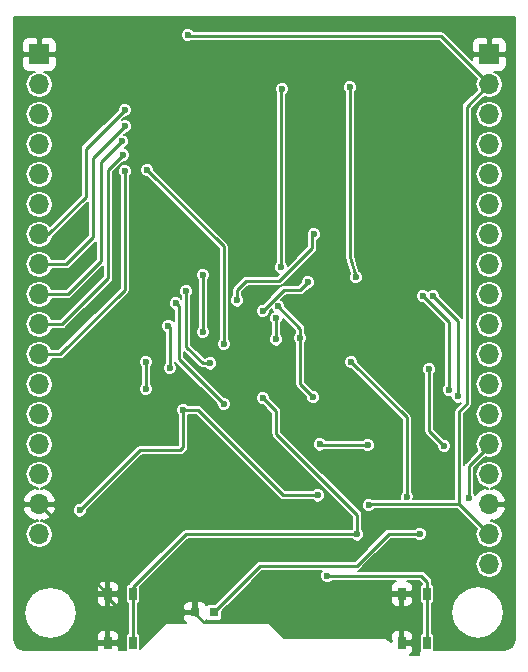
<source format=gbl>
G04 #@! TF.FileFunction,Copper,L2,Bot,Signal*
%FSLAX46Y46*%
G04 Gerber Fmt 4.6, Leading zero omitted, Abs format (unit mm)*
G04 Created by KiCad (PCBNEW 4.0.6-e0-6349~52~ubuntu16.10.1) date Mon Mar  6 23:37:34 2017*
%MOMM*%
%LPD*%
G01*
G04 APERTURE LIST*
%ADD10C,0.100000*%
%ADD11R,0.650000X1.050000*%
%ADD12R,0.800000X0.800000*%
%ADD13R,1.700000X1.700000*%
%ADD14O,1.700000X1.700000*%
%ADD15C,0.600000*%
%ADD16C,0.250000*%
%ADD17C,0.200000*%
G04 APERTURE END LIST*
D10*
D11*
X160333000Y-120947000D03*
X160333000Y-116797000D03*
X158183000Y-120947000D03*
X158183000Y-116797000D03*
D12*
X167170000Y-118364000D03*
X165570000Y-118364000D03*
D13*
X152400000Y-71120000D03*
D14*
X152400000Y-73660000D03*
X152400000Y-76200000D03*
X152400000Y-78740000D03*
X152400000Y-81280000D03*
X152400000Y-83820000D03*
X152400000Y-86360000D03*
X152400000Y-88900000D03*
X152400000Y-91440000D03*
X152400000Y-93980000D03*
X152400000Y-96520000D03*
X152400000Y-99060000D03*
X152400000Y-101600000D03*
X152400000Y-104140000D03*
X152400000Y-106680000D03*
X152400000Y-109220000D03*
X152400000Y-111760000D03*
D11*
X185225000Y-120947000D03*
X185225000Y-116797000D03*
X183075000Y-120947000D03*
X183075000Y-116797000D03*
D13*
X190500000Y-71120000D03*
D14*
X190500000Y-73660000D03*
X190500000Y-76200000D03*
X190500000Y-78740000D03*
X190500000Y-81280000D03*
X190500000Y-83820000D03*
X190500000Y-86360000D03*
X190500000Y-88900000D03*
X190500000Y-91440000D03*
X190500000Y-93980000D03*
X190500000Y-96520000D03*
X190500000Y-99060000D03*
X190500000Y-101600000D03*
X190500000Y-104140000D03*
X190500000Y-106680000D03*
X190500000Y-109220000D03*
X190500000Y-111760000D03*
X190500000Y-114300000D03*
D15*
X175958500Y-108458000D03*
X180213000Y-104203500D03*
X176149000Y-104140000D03*
X180276500Y-109283500D03*
X164592000Y-101219000D03*
X155829000Y-109728000D03*
X164973000Y-69469000D03*
X159639000Y-118554500D03*
X161798000Y-118491000D03*
X187134500Y-106235500D03*
X184150000Y-106172000D03*
X183075000Y-119443500D03*
X179578000Y-101854000D03*
X182626000Y-101854000D03*
X172466000Y-97028000D03*
X159131000Y-100965000D03*
X162433000Y-100711000D03*
X161163000Y-93980000D03*
X186690000Y-104267000D03*
X185420000Y-97790000D03*
X168021000Y-100711000D03*
X163957000Y-92202000D03*
X164846000Y-91186000D03*
X166878000Y-97282000D03*
X166243000Y-94615000D03*
X166243000Y-89789000D03*
X163449000Y-97663000D03*
X163322000Y-94107000D03*
X161417000Y-99441000D03*
X161417000Y-97155000D03*
X183515000Y-108585000D03*
X178816000Y-97155000D03*
X172974000Y-74041000D03*
X172847000Y-89154000D03*
X178689000Y-73914000D03*
X179197000Y-89979500D03*
X176784000Y-115252500D03*
X168021000Y-95631000D03*
X161544000Y-80899000D03*
X159639000Y-75819000D03*
X159639000Y-77216000D03*
X159385000Y-78486000D03*
X159512000Y-79629000D03*
X159639000Y-81026000D03*
X188785500Y-108712000D03*
X187833000Y-100076000D03*
X185737500Y-91567000D03*
X187071000Y-99504500D03*
X184848500Y-91567000D03*
X172466000Y-95250000D03*
X172466000Y-93472000D03*
X175577500Y-100139500D03*
X174498000Y-95123000D03*
X172593000Y-92456000D03*
X171323000Y-92837000D03*
X175133000Y-90424000D03*
X169164000Y-91948000D03*
X175641000Y-86360000D03*
X171323000Y-100203000D03*
X179324000Y-111760000D03*
X184594500Y-111696500D03*
D16*
X164592000Y-101219000D02*
X165798500Y-101219000D01*
X173037500Y-108458000D02*
X175958500Y-108458000D01*
X165798500Y-101219000D02*
X173037500Y-108458000D01*
X176212500Y-104203500D02*
X180213000Y-104203500D01*
X176149000Y-104140000D02*
X176212500Y-104203500D01*
X187960000Y-109220000D02*
X187960000Y-101346000D01*
X188595000Y-75565000D02*
X190500000Y-73660000D01*
X188595000Y-100711000D02*
X188595000Y-75565000D01*
X187960000Y-101346000D02*
X188595000Y-100711000D01*
X180276500Y-109283500D02*
X180340000Y-109220000D01*
X180340000Y-109220000D02*
X187960000Y-109220000D01*
X187960000Y-109220000D02*
X190500000Y-111760000D01*
X164592000Y-104394000D02*
X164592000Y-101219000D01*
X164338000Y-104648000D02*
X164592000Y-104394000D01*
X160909000Y-104648000D02*
X164338000Y-104648000D01*
X155829000Y-109728000D02*
X160909000Y-104648000D01*
X190500000Y-73660000D02*
X190373000Y-73660000D01*
X164973000Y-69469000D02*
X165100000Y-69596000D01*
X165100000Y-69596000D02*
X186436000Y-69596000D01*
X186436000Y-69596000D02*
X190500000Y-73660000D01*
X165570000Y-118364000D02*
X161925000Y-118364000D01*
X159639000Y-118554500D02*
X158183000Y-117098500D01*
X161925000Y-118364000D02*
X161798000Y-118491000D01*
X158183000Y-117098500D02*
X158183000Y-116797000D01*
X165570000Y-118364000D02*
X165570000Y-118453000D01*
X165570000Y-118453000D02*
X166306500Y-119189500D01*
X166306500Y-119189500D02*
X182821000Y-119189500D01*
X182821000Y-119189500D02*
X183075000Y-119443500D01*
X187134500Y-106235500D02*
X187071000Y-106172000D01*
X187071000Y-106172000D02*
X184150000Y-106172000D01*
X183075000Y-116797000D02*
X183075000Y-119443500D01*
X183075000Y-119443500D02*
X183075000Y-120947000D01*
X158183000Y-120947000D02*
X158183000Y-116797000D01*
X158183000Y-116797000D02*
X154686000Y-113300000D01*
X154686000Y-113300000D02*
X154686000Y-111506000D01*
X154686000Y-111506000D02*
X152400000Y-109220000D01*
X182626000Y-101854000D02*
X179578000Y-101854000D01*
X162433000Y-100711000D02*
X163322000Y-100711000D01*
X170434000Y-99060000D02*
X172466000Y-97028000D01*
X170434000Y-100330000D02*
X170434000Y-99060000D01*
X168910000Y-101854000D02*
X170434000Y-100330000D01*
X167513000Y-101854000D02*
X168910000Y-101854000D01*
X165735000Y-100076000D02*
X167513000Y-101854000D01*
X163957000Y-100076000D02*
X165735000Y-100076000D01*
X163322000Y-100711000D02*
X163957000Y-100076000D01*
X162433000Y-100711000D02*
X159385000Y-100711000D01*
X159385000Y-100711000D02*
X159131000Y-100965000D01*
X162433000Y-95250000D02*
X162433000Y-100711000D01*
X161163000Y-93980000D02*
X162433000Y-95250000D01*
X152400000Y-70485000D02*
X151765000Y-70485000D01*
X186690000Y-104267000D02*
X185420000Y-102997000D01*
X185420000Y-102997000D02*
X185420000Y-97790000D01*
X164211000Y-96901000D02*
X168021000Y-100711000D01*
X164211000Y-92456000D02*
X164211000Y-96901000D01*
X163957000Y-92202000D02*
X164211000Y-92456000D01*
X164846000Y-91186000D02*
X164846000Y-95885000D01*
X164846000Y-95885000D02*
X166243000Y-97282000D01*
X166243000Y-97282000D02*
X166878000Y-97282000D01*
X166243000Y-89789000D02*
X166243000Y-94615000D01*
X163449000Y-94234000D02*
X163449000Y-97663000D01*
X163322000Y-94107000D02*
X163449000Y-94234000D01*
X161417000Y-97155000D02*
X161417000Y-99441000D01*
X178816000Y-97155000D02*
X183515000Y-101854000D01*
X183515000Y-101854000D02*
X183515000Y-108585000D01*
X172974000Y-74041000D02*
X172847000Y-74168000D01*
X172847000Y-74168000D02*
X172847000Y-89154000D01*
X178689000Y-88265000D02*
X178689000Y-73914000D01*
X179197000Y-89979500D02*
X178689000Y-88265000D01*
X176784000Y-115252500D02*
X184721500Y-115252500D01*
X184721500Y-115252500D02*
X185225000Y-115756000D01*
X185225000Y-115756000D02*
X185225000Y-116797000D01*
X185225000Y-116797000D02*
X185225000Y-120947000D01*
X168021000Y-87376000D02*
X168021000Y-95631000D01*
X161544000Y-80899000D02*
X168021000Y-87376000D01*
X152400000Y-86360000D02*
X153162000Y-86360000D01*
X153162000Y-86360000D02*
X156337000Y-83185000D01*
X156337000Y-83185000D02*
X156337000Y-79121000D01*
X156337000Y-79121000D02*
X159639000Y-75819000D01*
X152400000Y-88900000D02*
X154686000Y-88900000D01*
X156972000Y-79883000D02*
X159639000Y-77216000D01*
X156972000Y-86614000D02*
X156972000Y-79883000D01*
X154686000Y-88900000D02*
X156972000Y-86614000D01*
X152400000Y-91440000D02*
X154813000Y-91440000D01*
X157607000Y-80264000D02*
X159385000Y-78486000D01*
X157607000Y-88646000D02*
X157607000Y-80264000D01*
X154813000Y-91440000D02*
X157607000Y-88646000D01*
X152400000Y-93980000D02*
X154305000Y-93980000D01*
X158242000Y-80899000D02*
X159512000Y-79629000D01*
X158242000Y-90043000D02*
X158242000Y-80899000D01*
X154305000Y-93980000D02*
X158242000Y-90043000D01*
X159639000Y-91059000D02*
X159639000Y-81026000D01*
X154178000Y-96520000D02*
X159639000Y-91059000D01*
X152400000Y-96520000D02*
X154178000Y-96520000D01*
X190500000Y-104140000D02*
X190500000Y-104267000D01*
X190500000Y-104267000D02*
X188785500Y-105981500D01*
X188785500Y-105981500D02*
X188785500Y-108712000D01*
X187833000Y-93662500D02*
X187833000Y-100076000D01*
X185737500Y-91567000D02*
X187833000Y-93662500D01*
X187071000Y-93789500D02*
X187071000Y-99504500D01*
X184848500Y-91567000D02*
X187071000Y-93789500D01*
X172466000Y-93472000D02*
X172466000Y-95250000D01*
X174498000Y-95123000D02*
X174498000Y-99060000D01*
X174498000Y-99060000D02*
X175577500Y-100139500D01*
X174498000Y-94361000D02*
X174498000Y-95123000D01*
X172593000Y-92456000D02*
X174498000Y-94361000D01*
X173101000Y-91059000D02*
X171323000Y-92837000D01*
X174498000Y-91059000D02*
X173101000Y-91059000D01*
X175133000Y-90424000D02*
X174498000Y-91059000D01*
X169164000Y-91059000D02*
X169164000Y-91948000D01*
X169926000Y-90297000D02*
X169164000Y-91059000D01*
X172720000Y-90297000D02*
X169926000Y-90297000D01*
X175514000Y-87503000D02*
X172720000Y-90297000D01*
X175514000Y-86487000D02*
X175514000Y-87503000D01*
X175641000Y-86360000D02*
X175514000Y-86487000D01*
X179324000Y-110109000D02*
X179324000Y-111760000D01*
X172466000Y-103251000D02*
X179324000Y-110109000D01*
X172466000Y-101346000D02*
X172466000Y-103251000D01*
X171323000Y-100203000D02*
X172466000Y-101346000D01*
X160333000Y-116797000D02*
X160333000Y-116209500D01*
X164782500Y-111760000D02*
X179324000Y-111760000D01*
X160333000Y-116209500D02*
X164782500Y-111760000D01*
X160333000Y-116797000D02*
X160333000Y-120947000D01*
X171107000Y-114427000D02*
X167170000Y-118364000D01*
X179260500Y-114427000D02*
X171107000Y-114427000D01*
X181991000Y-111696500D02*
X179260500Y-114427000D01*
X184594500Y-111696500D02*
X181991000Y-111696500D01*
X167170000Y-118364000D02*
X167170000Y-118402000D01*
D17*
G36*
X176275641Y-114912183D02*
X176184104Y-115132629D01*
X176183896Y-115371324D01*
X176275048Y-115591929D01*
X176443683Y-115760859D01*
X176664129Y-115852396D01*
X176902824Y-115852604D01*
X177123429Y-115761452D01*
X177207528Y-115677500D01*
X182596470Y-115677500D01*
X182405596Y-115756562D01*
X182234563Y-115927595D01*
X182142000Y-116151061D01*
X182142000Y-116491000D01*
X182294000Y-116643000D01*
X182921000Y-116643000D01*
X182921000Y-116623000D01*
X183229000Y-116623000D01*
X183229000Y-116643000D01*
X183856000Y-116643000D01*
X184008000Y-116491000D01*
X184008000Y-116151061D01*
X183915437Y-115927595D01*
X183744404Y-115756562D01*
X183553530Y-115677500D01*
X184545460Y-115677500D01*
X184800000Y-115932041D01*
X184800000Y-115984940D01*
X184788827Y-115987042D01*
X184686721Y-116052745D01*
X184618222Y-116152997D01*
X184594123Y-116272000D01*
X184594123Y-117322000D01*
X184615042Y-117433173D01*
X184680745Y-117535279D01*
X184780997Y-117603778D01*
X184800000Y-117607626D01*
X184800000Y-120134940D01*
X184788827Y-120137042D01*
X184686721Y-120202745D01*
X184618222Y-120302997D01*
X184594123Y-120422000D01*
X184594123Y-121472000D01*
X184615042Y-121583173D01*
X184656849Y-121648144D01*
X184646835Y-121654835D01*
X184565545Y-121776494D01*
X184537000Y-121920000D01*
X184542371Y-121947000D01*
X183784842Y-121947000D01*
X183915437Y-121816405D01*
X184008000Y-121592939D01*
X184008000Y-121253000D01*
X183856000Y-121101000D01*
X183229000Y-121101000D01*
X183229000Y-121121000D01*
X182921000Y-121121000D01*
X182921000Y-121101000D01*
X182901000Y-121101000D01*
X182901000Y-120793000D01*
X182921000Y-120793000D01*
X182921000Y-119966000D01*
X183229000Y-119966000D01*
X183229000Y-120793000D01*
X183856000Y-120793000D01*
X184008000Y-120641000D01*
X184008000Y-120301061D01*
X183915437Y-120077595D01*
X183744404Y-119906562D01*
X183520938Y-119814000D01*
X183381000Y-119814000D01*
X183229000Y-119966000D01*
X182921000Y-119966000D01*
X182769000Y-119814000D01*
X182629062Y-119814000D01*
X182405596Y-119906562D01*
X182234563Y-120077595D01*
X182142000Y-120301061D01*
X182142000Y-120641000D01*
X182293998Y-120792998D01*
X182142000Y-120792998D01*
X182142000Y-120905670D01*
X181875165Y-120638835D01*
X181753507Y-120557545D01*
X181610000Y-120529000D01*
X173129330Y-120529000D01*
X171969165Y-119368835D01*
X171847507Y-119287545D01*
X171704000Y-119259000D01*
X166334842Y-119259000D01*
X166485438Y-119108404D01*
X166544057Y-118966885D01*
X166550745Y-118977279D01*
X166650997Y-119045778D01*
X166770000Y-119069877D01*
X167570000Y-119069877D01*
X167681173Y-119048958D01*
X167783279Y-118983255D01*
X167851778Y-118883003D01*
X167875877Y-118764000D01*
X167875877Y-118259163D01*
X169032040Y-117103000D01*
X182142000Y-117103000D01*
X182142000Y-117442939D01*
X182234563Y-117666405D01*
X182405596Y-117837438D01*
X182629062Y-117930000D01*
X182769000Y-117930000D01*
X182921000Y-117778000D01*
X182921000Y-116951000D01*
X183229000Y-116951000D01*
X183229000Y-117778000D01*
X183381000Y-117930000D01*
X183520938Y-117930000D01*
X183744404Y-117837438D01*
X183915437Y-117666405D01*
X184008000Y-117442939D01*
X184008000Y-117103000D01*
X183856000Y-116951000D01*
X183229000Y-116951000D01*
X182921000Y-116951000D01*
X182294000Y-116951000D01*
X182142000Y-117103000D01*
X169032040Y-117103000D01*
X171283041Y-114852000D01*
X176335929Y-114852000D01*
X176275641Y-114912183D01*
X176275641Y-114912183D01*
G37*
X176275641Y-114912183D02*
X176184104Y-115132629D01*
X176183896Y-115371324D01*
X176275048Y-115591929D01*
X176443683Y-115760859D01*
X176664129Y-115852396D01*
X176902824Y-115852604D01*
X177123429Y-115761452D01*
X177207528Y-115677500D01*
X182596470Y-115677500D01*
X182405596Y-115756562D01*
X182234563Y-115927595D01*
X182142000Y-116151061D01*
X182142000Y-116491000D01*
X182294000Y-116643000D01*
X182921000Y-116643000D01*
X182921000Y-116623000D01*
X183229000Y-116623000D01*
X183229000Y-116643000D01*
X183856000Y-116643000D01*
X184008000Y-116491000D01*
X184008000Y-116151061D01*
X183915437Y-115927595D01*
X183744404Y-115756562D01*
X183553530Y-115677500D01*
X184545460Y-115677500D01*
X184800000Y-115932041D01*
X184800000Y-115984940D01*
X184788827Y-115987042D01*
X184686721Y-116052745D01*
X184618222Y-116152997D01*
X184594123Y-116272000D01*
X184594123Y-117322000D01*
X184615042Y-117433173D01*
X184680745Y-117535279D01*
X184780997Y-117603778D01*
X184800000Y-117607626D01*
X184800000Y-120134940D01*
X184788827Y-120137042D01*
X184686721Y-120202745D01*
X184618222Y-120302997D01*
X184594123Y-120422000D01*
X184594123Y-121472000D01*
X184615042Y-121583173D01*
X184656849Y-121648144D01*
X184646835Y-121654835D01*
X184565545Y-121776494D01*
X184537000Y-121920000D01*
X184542371Y-121947000D01*
X183784842Y-121947000D01*
X183915437Y-121816405D01*
X184008000Y-121592939D01*
X184008000Y-121253000D01*
X183856000Y-121101000D01*
X183229000Y-121101000D01*
X183229000Y-121121000D01*
X182921000Y-121121000D01*
X182921000Y-121101000D01*
X182901000Y-121101000D01*
X182901000Y-120793000D01*
X182921000Y-120793000D01*
X182921000Y-119966000D01*
X183229000Y-119966000D01*
X183229000Y-120793000D01*
X183856000Y-120793000D01*
X184008000Y-120641000D01*
X184008000Y-120301061D01*
X183915437Y-120077595D01*
X183744404Y-119906562D01*
X183520938Y-119814000D01*
X183381000Y-119814000D01*
X183229000Y-119966000D01*
X182921000Y-119966000D01*
X182769000Y-119814000D01*
X182629062Y-119814000D01*
X182405596Y-119906562D01*
X182234563Y-120077595D01*
X182142000Y-120301061D01*
X182142000Y-120641000D01*
X182293998Y-120792998D01*
X182142000Y-120792998D01*
X182142000Y-120905670D01*
X181875165Y-120638835D01*
X181753507Y-120557545D01*
X181610000Y-120529000D01*
X173129330Y-120529000D01*
X171969165Y-119368835D01*
X171847507Y-119287545D01*
X171704000Y-119259000D01*
X166334842Y-119259000D01*
X166485438Y-119108404D01*
X166544057Y-118966885D01*
X166550745Y-118977279D01*
X166650997Y-119045778D01*
X166770000Y-119069877D01*
X167570000Y-119069877D01*
X167681173Y-119048958D01*
X167783279Y-118983255D01*
X167851778Y-118883003D01*
X167875877Y-118764000D01*
X167875877Y-118259163D01*
X169032040Y-117103000D01*
X182142000Y-117103000D01*
X182142000Y-117442939D01*
X182234563Y-117666405D01*
X182405596Y-117837438D01*
X182629062Y-117930000D01*
X182769000Y-117930000D01*
X182921000Y-117778000D01*
X182921000Y-116951000D01*
X183229000Y-116951000D01*
X183229000Y-117778000D01*
X183381000Y-117930000D01*
X183520938Y-117930000D01*
X183744404Y-117837438D01*
X183915437Y-117666405D01*
X184008000Y-117442939D01*
X184008000Y-117103000D01*
X183856000Y-116951000D01*
X183229000Y-116951000D01*
X182921000Y-116951000D01*
X182294000Y-116951000D01*
X182142000Y-117103000D01*
X169032040Y-117103000D01*
X171283041Y-114852000D01*
X176335929Y-114852000D01*
X176275641Y-114912183D01*
G36*
X192665000Y-120613064D02*
X192590085Y-120989689D01*
X192397666Y-121277666D01*
X192109689Y-121470085D01*
X191733068Y-121545000D01*
X185841094Y-121545000D01*
X185855877Y-121472000D01*
X185855877Y-120422000D01*
X185834958Y-120310827D01*
X185769255Y-120208721D01*
X185669003Y-120140222D01*
X185650000Y-120136374D01*
X185650000Y-118364000D01*
X187277076Y-118364000D01*
X187447002Y-119218273D01*
X187930909Y-119942491D01*
X188655127Y-120426398D01*
X189509400Y-120596324D01*
X190363673Y-120426398D01*
X191087891Y-119942491D01*
X191571798Y-119218273D01*
X191741724Y-118364000D01*
X191571798Y-117509727D01*
X191087891Y-116785509D01*
X190363673Y-116301602D01*
X189509400Y-116131676D01*
X188655127Y-116301602D01*
X187930909Y-116785509D01*
X187447002Y-117509727D01*
X187277076Y-118364000D01*
X185650000Y-118364000D01*
X185650000Y-117609060D01*
X185661173Y-117606958D01*
X185763279Y-117541255D01*
X185831778Y-117441003D01*
X185855877Y-117322000D01*
X185855877Y-116272000D01*
X185834958Y-116160827D01*
X185769255Y-116058721D01*
X185669003Y-115990222D01*
X185650000Y-115986374D01*
X185650000Y-115756000D01*
X185617649Y-115593359D01*
X185525521Y-115455480D01*
X185022020Y-114951980D01*
X184884141Y-114859851D01*
X184844665Y-114851999D01*
X184721500Y-114827500D01*
X179383670Y-114827500D01*
X179396157Y-114825016D01*
X179423141Y-114819649D01*
X179561020Y-114727520D01*
X179988540Y-114300000D01*
X189327470Y-114300000D01*
X189415009Y-114740086D01*
X189664297Y-115113173D01*
X190037384Y-115362461D01*
X190477470Y-115450000D01*
X190522530Y-115450000D01*
X190962616Y-115362461D01*
X191335703Y-115113173D01*
X191584991Y-114740086D01*
X191672530Y-114300000D01*
X191584991Y-113859914D01*
X191335703Y-113486827D01*
X190962616Y-113237539D01*
X190522530Y-113150000D01*
X190477470Y-113150000D01*
X190037384Y-113237539D01*
X189664297Y-113486827D01*
X189415009Y-113859914D01*
X189327470Y-114300000D01*
X179988540Y-114300000D01*
X182167040Y-112121500D01*
X184170970Y-112121500D01*
X184254183Y-112204859D01*
X184474629Y-112296396D01*
X184713324Y-112296604D01*
X184933929Y-112205452D01*
X185102859Y-112036817D01*
X185194396Y-111816371D01*
X185194604Y-111577676D01*
X185103452Y-111357071D01*
X184934817Y-111188141D01*
X184714371Y-111096604D01*
X184475676Y-111096396D01*
X184255071Y-111187548D01*
X184170972Y-111271500D01*
X181991000Y-111271500D01*
X181855343Y-111298484D01*
X181828359Y-111303851D01*
X181690480Y-111395980D01*
X179084460Y-114002000D01*
X171107000Y-114002000D01*
X170944359Y-114034351D01*
X170806480Y-114126479D01*
X167274837Y-117658123D01*
X166770000Y-117658123D01*
X166658827Y-117679042D01*
X166556721Y-117744745D01*
X166544615Y-117762463D01*
X166485438Y-117619596D01*
X166314405Y-117448563D01*
X166090939Y-117356000D01*
X165876000Y-117356000D01*
X165724000Y-117508000D01*
X165724000Y-118210000D01*
X165744000Y-118210000D01*
X165744000Y-118518000D01*
X165724000Y-118518000D01*
X165724000Y-118538000D01*
X165416000Y-118538000D01*
X165416000Y-118518000D01*
X164714000Y-118518000D01*
X164562000Y-118670000D01*
X164562000Y-118884938D01*
X164654562Y-119108404D01*
X164805158Y-119259000D01*
X163322000Y-119259000D01*
X163178493Y-119287545D01*
X163056835Y-119368835D01*
X160963877Y-121461793D01*
X160963877Y-120422000D01*
X160942958Y-120310827D01*
X160877255Y-120208721D01*
X160777003Y-120140222D01*
X160758000Y-120136374D01*
X160758000Y-117843062D01*
X164562000Y-117843062D01*
X164562000Y-118058000D01*
X164714000Y-118210000D01*
X165416000Y-118210000D01*
X165416000Y-117508000D01*
X165264000Y-117356000D01*
X165049061Y-117356000D01*
X164825595Y-117448563D01*
X164654562Y-117619596D01*
X164562000Y-117843062D01*
X160758000Y-117843062D01*
X160758000Y-117609060D01*
X160769173Y-117606958D01*
X160871279Y-117541255D01*
X160939778Y-117441003D01*
X160963877Y-117322000D01*
X160963877Y-116272000D01*
X160949254Y-116194286D01*
X164958541Y-112185000D01*
X178900470Y-112185000D01*
X178983683Y-112268359D01*
X179204129Y-112359896D01*
X179442824Y-112360104D01*
X179663429Y-112268952D01*
X179832359Y-112100317D01*
X179923896Y-111879871D01*
X179924104Y-111641176D01*
X179832952Y-111420571D01*
X179749000Y-111336472D01*
X179749000Y-110109000D01*
X179716649Y-109946360D01*
X179716649Y-109946359D01*
X179624521Y-109808480D01*
X174074865Y-104258824D01*
X175548896Y-104258824D01*
X175640048Y-104479429D01*
X175808683Y-104648359D01*
X176029129Y-104739896D01*
X176267824Y-104740104D01*
X176488429Y-104648952D01*
X176508917Y-104628500D01*
X179789470Y-104628500D01*
X179872683Y-104711859D01*
X180093129Y-104803396D01*
X180331824Y-104803604D01*
X180552429Y-104712452D01*
X180721359Y-104543817D01*
X180812896Y-104323371D01*
X180813104Y-104084676D01*
X180721952Y-103864071D01*
X180553317Y-103695141D01*
X180332871Y-103603604D01*
X180094176Y-103603396D01*
X179873571Y-103694548D01*
X179789472Y-103778500D01*
X176635920Y-103778500D01*
X176489317Y-103631641D01*
X176268871Y-103540104D01*
X176030176Y-103539896D01*
X175809571Y-103631048D01*
X175640641Y-103799683D01*
X175549104Y-104020129D01*
X175548896Y-104258824D01*
X174074865Y-104258824D01*
X172891000Y-103074960D01*
X172891000Y-101346000D01*
X172858649Y-101183360D01*
X172858649Y-101183359D01*
X172766520Y-101045480D01*
X171923001Y-100201961D01*
X171923104Y-100084176D01*
X171831952Y-99863571D01*
X171663317Y-99694641D01*
X171442871Y-99603104D01*
X171204176Y-99602896D01*
X170983571Y-99694048D01*
X170814641Y-99862683D01*
X170723104Y-100083129D01*
X170722896Y-100321824D01*
X170814048Y-100542429D01*
X170982683Y-100711359D01*
X171203129Y-100802896D01*
X171321960Y-100803000D01*
X172041000Y-101522040D01*
X172041000Y-103251000D01*
X172056083Y-103326827D01*
X172073351Y-103413641D01*
X172165480Y-103551520D01*
X178899000Y-110285041D01*
X178899000Y-111335000D01*
X164782500Y-111335000D01*
X164619860Y-111367351D01*
X164619858Y-111367352D01*
X164619859Y-111367352D01*
X164481979Y-111459480D01*
X160032480Y-115908980D01*
X159992327Y-115969072D01*
X159896827Y-115987042D01*
X159794721Y-116052745D01*
X159726222Y-116152997D01*
X159702123Y-116272000D01*
X159702123Y-117322000D01*
X159723042Y-117433173D01*
X159788745Y-117535279D01*
X159888997Y-117603778D01*
X159908000Y-117607626D01*
X159908000Y-120134940D01*
X159896827Y-120137042D01*
X159794721Y-120202745D01*
X159726222Y-120302997D01*
X159702123Y-120422000D01*
X159702123Y-121472000D01*
X159715859Y-121545000D01*
X159116000Y-121545000D01*
X159116000Y-121253000D01*
X158964000Y-121101000D01*
X158337000Y-121101000D01*
X158337000Y-121121000D01*
X158029000Y-121121000D01*
X158029000Y-121101000D01*
X157402000Y-121101000D01*
X157250000Y-121253000D01*
X157250000Y-121545000D01*
X151166936Y-121545000D01*
X150790311Y-121470085D01*
X150502334Y-121277666D01*
X150309915Y-120989689D01*
X150235000Y-120613068D01*
X150235000Y-118414800D01*
X151107476Y-118414800D01*
X151277402Y-119269073D01*
X151761309Y-119993291D01*
X152485527Y-120477198D01*
X153339800Y-120647124D01*
X154194073Y-120477198D01*
X154457680Y-120301061D01*
X157250000Y-120301061D01*
X157250000Y-120641000D01*
X157402000Y-120793000D01*
X158029000Y-120793000D01*
X158029000Y-119966000D01*
X158337000Y-119966000D01*
X158337000Y-120793000D01*
X158964000Y-120793000D01*
X159116000Y-120641000D01*
X159116000Y-120301061D01*
X159023437Y-120077595D01*
X158852404Y-119906562D01*
X158628938Y-119814000D01*
X158489000Y-119814000D01*
X158337000Y-119966000D01*
X158029000Y-119966000D01*
X157877000Y-119814000D01*
X157737062Y-119814000D01*
X157513596Y-119906562D01*
X157342563Y-120077595D01*
X157250000Y-120301061D01*
X154457680Y-120301061D01*
X154918291Y-119993291D01*
X155402198Y-119269073D01*
X155572124Y-118414800D01*
X155402198Y-117560527D01*
X155096489Y-117103000D01*
X157250000Y-117103000D01*
X157250000Y-117442939D01*
X157342563Y-117666405D01*
X157513596Y-117837438D01*
X157737062Y-117930000D01*
X157877000Y-117930000D01*
X158029000Y-117778000D01*
X158029000Y-116951000D01*
X158337000Y-116951000D01*
X158337000Y-117778000D01*
X158489000Y-117930000D01*
X158628938Y-117930000D01*
X158852404Y-117837438D01*
X159023437Y-117666405D01*
X159116000Y-117442939D01*
X159116000Y-117103000D01*
X158964000Y-116951000D01*
X158337000Y-116951000D01*
X158029000Y-116951000D01*
X157402000Y-116951000D01*
X157250000Y-117103000D01*
X155096489Y-117103000D01*
X154918291Y-116836309D01*
X154194073Y-116352402D01*
X153339800Y-116182476D01*
X152485527Y-116352402D01*
X151761309Y-116836309D01*
X151277402Y-117560527D01*
X151107476Y-118414800D01*
X150235000Y-118414800D01*
X150235000Y-116151061D01*
X157250000Y-116151061D01*
X157250000Y-116491000D01*
X157402000Y-116643000D01*
X158029000Y-116643000D01*
X158029000Y-115816000D01*
X158337000Y-115816000D01*
X158337000Y-116643000D01*
X158964000Y-116643000D01*
X159116000Y-116491000D01*
X159116000Y-116151061D01*
X159023437Y-115927595D01*
X158852404Y-115756562D01*
X158628938Y-115664000D01*
X158489000Y-115664000D01*
X158337000Y-115816000D01*
X158029000Y-115816000D01*
X157877000Y-115664000D01*
X157737062Y-115664000D01*
X157513596Y-115756562D01*
X157342563Y-115927595D01*
X157250000Y-116151061D01*
X150235000Y-116151061D01*
X150235000Y-109598910D01*
X150992097Y-109598910D01*
X151136523Y-109947616D01*
X151511146Y-110375741D01*
X152021089Y-110627915D01*
X152245998Y-110517857D01*
X152245998Y-110636152D01*
X151937384Y-110697539D01*
X151564297Y-110946827D01*
X151315009Y-111319914D01*
X151227470Y-111760000D01*
X151315009Y-112200086D01*
X151564297Y-112573173D01*
X151937384Y-112822461D01*
X152377470Y-112910000D01*
X152422530Y-112910000D01*
X152862616Y-112822461D01*
X153235703Y-112573173D01*
X153484991Y-112200086D01*
X153572530Y-111760000D01*
X153484991Y-111319914D01*
X153235703Y-110946827D01*
X152862616Y-110697539D01*
X152554002Y-110636152D01*
X152554002Y-110517857D01*
X152778911Y-110627915D01*
X153288854Y-110375741D01*
X153663477Y-109947616D01*
X153705222Y-109846824D01*
X155228896Y-109846824D01*
X155320048Y-110067429D01*
X155488683Y-110236359D01*
X155709129Y-110327896D01*
X155947824Y-110328104D01*
X156168429Y-110236952D01*
X156337359Y-110068317D01*
X156428896Y-109847871D01*
X156429000Y-109729040D01*
X161085040Y-105073000D01*
X164338000Y-105073000D01*
X164473657Y-105046016D01*
X164500641Y-105040649D01*
X164638520Y-104948520D01*
X164892520Y-104694521D01*
X164984648Y-104556641D01*
X164984649Y-104556640D01*
X165017000Y-104394000D01*
X165017000Y-101644000D01*
X165622460Y-101644000D01*
X172736980Y-108758520D01*
X172874859Y-108850649D01*
X172901843Y-108856016D01*
X173037500Y-108883000D01*
X175534970Y-108883000D01*
X175618183Y-108966359D01*
X175838629Y-109057896D01*
X176077324Y-109058104D01*
X176297929Y-108966952D01*
X176466859Y-108798317D01*
X176558396Y-108577871D01*
X176558604Y-108339176D01*
X176467452Y-108118571D01*
X176298817Y-107949641D01*
X176078371Y-107858104D01*
X175839676Y-107857896D01*
X175619071Y-107949048D01*
X175534972Y-108033000D01*
X173213540Y-108033000D01*
X166099020Y-100918480D01*
X165961141Y-100826351D01*
X165934157Y-100820984D01*
X165798500Y-100794000D01*
X165015530Y-100794000D01*
X164932317Y-100710641D01*
X164711871Y-100619104D01*
X164473176Y-100618896D01*
X164252571Y-100710048D01*
X164083641Y-100878683D01*
X163992104Y-101099129D01*
X163991896Y-101337824D01*
X164083048Y-101558429D01*
X164167000Y-101642528D01*
X164167000Y-104217959D01*
X164161960Y-104223000D01*
X160909000Y-104223000D01*
X160746359Y-104255351D01*
X160608480Y-104347480D01*
X155827961Y-109127999D01*
X155710176Y-109127896D01*
X155489571Y-109219048D01*
X155320641Y-109387683D01*
X155229104Y-109608129D01*
X155228896Y-109846824D01*
X153705222Y-109846824D01*
X153807903Y-109598910D01*
X153696889Y-109374000D01*
X152554000Y-109374000D01*
X152554000Y-109394000D01*
X152246000Y-109394000D01*
X152246000Y-109374000D01*
X151103111Y-109374000D01*
X150992097Y-109598910D01*
X150235000Y-109598910D01*
X150235000Y-108841090D01*
X150992097Y-108841090D01*
X151103111Y-109066000D01*
X152246000Y-109066000D01*
X152246000Y-109046000D01*
X152554000Y-109046000D01*
X152554000Y-109066000D01*
X153696889Y-109066000D01*
X153807903Y-108841090D01*
X153663477Y-108492384D01*
X153288854Y-108064259D01*
X152778911Y-107812085D01*
X152554002Y-107922143D01*
X152554002Y-107803848D01*
X152862616Y-107742461D01*
X153235703Y-107493173D01*
X153484991Y-107120086D01*
X153572530Y-106680000D01*
X153484991Y-106239914D01*
X153235703Y-105866827D01*
X152862616Y-105617539D01*
X152422530Y-105530000D01*
X152377470Y-105530000D01*
X151937384Y-105617539D01*
X151564297Y-105866827D01*
X151315009Y-106239914D01*
X151227470Y-106680000D01*
X151315009Y-107120086D01*
X151564297Y-107493173D01*
X151937384Y-107742461D01*
X152245998Y-107803848D01*
X152245998Y-107922143D01*
X152021089Y-107812085D01*
X151511146Y-108064259D01*
X151136523Y-108492384D01*
X150992097Y-108841090D01*
X150235000Y-108841090D01*
X150235000Y-104140000D01*
X151227470Y-104140000D01*
X151315009Y-104580086D01*
X151564297Y-104953173D01*
X151937384Y-105202461D01*
X152377470Y-105290000D01*
X152422530Y-105290000D01*
X152862616Y-105202461D01*
X153235703Y-104953173D01*
X153484991Y-104580086D01*
X153572530Y-104140000D01*
X153484991Y-103699914D01*
X153235703Y-103326827D01*
X152862616Y-103077539D01*
X152422530Y-102990000D01*
X152377470Y-102990000D01*
X151937384Y-103077539D01*
X151564297Y-103326827D01*
X151315009Y-103699914D01*
X151227470Y-104140000D01*
X150235000Y-104140000D01*
X150235000Y-101600000D01*
X151227470Y-101600000D01*
X151315009Y-102040086D01*
X151564297Y-102413173D01*
X151937384Y-102662461D01*
X152377470Y-102750000D01*
X152422530Y-102750000D01*
X152862616Y-102662461D01*
X153235703Y-102413173D01*
X153484991Y-102040086D01*
X153572530Y-101600000D01*
X153484991Y-101159914D01*
X153235703Y-100786827D01*
X152862616Y-100537539D01*
X152422530Y-100450000D01*
X152377470Y-100450000D01*
X151937384Y-100537539D01*
X151564297Y-100786827D01*
X151315009Y-101159914D01*
X151227470Y-101600000D01*
X150235000Y-101600000D01*
X150235000Y-99060000D01*
X151227470Y-99060000D01*
X151315009Y-99500086D01*
X151564297Y-99873173D01*
X151937384Y-100122461D01*
X152377470Y-100210000D01*
X152422530Y-100210000D01*
X152862616Y-100122461D01*
X153235703Y-99873173D01*
X153484991Y-99500086D01*
X153572530Y-99060000D01*
X153484991Y-98619914D01*
X153235703Y-98246827D01*
X152862616Y-97997539D01*
X152422530Y-97910000D01*
X152377470Y-97910000D01*
X151937384Y-97997539D01*
X151564297Y-98246827D01*
X151315009Y-98619914D01*
X151227470Y-99060000D01*
X150235000Y-99060000D01*
X150235000Y-96520000D01*
X151227470Y-96520000D01*
X151315009Y-96960086D01*
X151564297Y-97333173D01*
X151937384Y-97582461D01*
X152377470Y-97670000D01*
X152422530Y-97670000D01*
X152862616Y-97582461D01*
X153235703Y-97333173D01*
X153275358Y-97273824D01*
X160816896Y-97273824D01*
X160908048Y-97494429D01*
X160992000Y-97578528D01*
X160992000Y-99017470D01*
X160908641Y-99100683D01*
X160817104Y-99321129D01*
X160816896Y-99559824D01*
X160908048Y-99780429D01*
X161076683Y-99949359D01*
X161297129Y-100040896D01*
X161535824Y-100041104D01*
X161756429Y-99949952D01*
X161925359Y-99781317D01*
X162016896Y-99560871D01*
X162017104Y-99322176D01*
X161925952Y-99101571D01*
X161842000Y-99017472D01*
X161842000Y-97578530D01*
X161925359Y-97495317D01*
X162016896Y-97274871D01*
X162017104Y-97036176D01*
X161925952Y-96815571D01*
X161757317Y-96646641D01*
X161536871Y-96555104D01*
X161298176Y-96554896D01*
X161077571Y-96646048D01*
X160908641Y-96814683D01*
X160817104Y-97035129D01*
X160816896Y-97273824D01*
X153275358Y-97273824D01*
X153484991Y-96960086D01*
X153487992Y-96945000D01*
X154178000Y-96945000D01*
X154313657Y-96918016D01*
X154340641Y-96912649D01*
X154478520Y-96820520D01*
X157073216Y-94225824D01*
X162721896Y-94225824D01*
X162813048Y-94446429D01*
X162981683Y-94615359D01*
X163024000Y-94632931D01*
X163024000Y-97239470D01*
X162940641Y-97322683D01*
X162849104Y-97543129D01*
X162848896Y-97781824D01*
X162940048Y-98002429D01*
X163108683Y-98171359D01*
X163329129Y-98262896D01*
X163567824Y-98263104D01*
X163788429Y-98171952D01*
X163957359Y-98003317D01*
X164048896Y-97782871D01*
X164049104Y-97544176D01*
X163957952Y-97323571D01*
X163874000Y-97239472D01*
X163874000Y-97146925D01*
X163910480Y-97201520D01*
X167420999Y-100712040D01*
X167420896Y-100829824D01*
X167512048Y-101050429D01*
X167680683Y-101219359D01*
X167901129Y-101310896D01*
X168139824Y-101311104D01*
X168360429Y-101219952D01*
X168529359Y-101051317D01*
X168620896Y-100830871D01*
X168621104Y-100592176D01*
X168529952Y-100371571D01*
X168361317Y-100202641D01*
X168140871Y-100111104D01*
X168022041Y-100111000D01*
X164636000Y-96724960D01*
X164636000Y-96276040D01*
X165942479Y-97582520D01*
X166000711Y-97621429D01*
X166080360Y-97674649D01*
X166243000Y-97707000D01*
X166454470Y-97707000D01*
X166537683Y-97790359D01*
X166758129Y-97881896D01*
X166996824Y-97882104D01*
X167217429Y-97790952D01*
X167386359Y-97622317D01*
X167477896Y-97401871D01*
X167478104Y-97163176D01*
X167386952Y-96942571D01*
X167218317Y-96773641D01*
X166997871Y-96682104D01*
X166759176Y-96681896D01*
X166538571Y-96773048D01*
X166454472Y-96857000D01*
X166419041Y-96857000D01*
X165271000Y-95708960D01*
X165271000Y-91609530D01*
X165354359Y-91526317D01*
X165445896Y-91305871D01*
X165446104Y-91067176D01*
X165354952Y-90846571D01*
X165186317Y-90677641D01*
X164965871Y-90586104D01*
X164727176Y-90585896D01*
X164506571Y-90677048D01*
X164337641Y-90845683D01*
X164246104Y-91066129D01*
X164245896Y-91304824D01*
X164337048Y-91525429D01*
X164421000Y-91609528D01*
X164421000Y-91817540D01*
X164297317Y-91693641D01*
X164076871Y-91602104D01*
X163838176Y-91601896D01*
X163617571Y-91693048D01*
X163448641Y-91861683D01*
X163357104Y-92082129D01*
X163356896Y-92320824D01*
X163448048Y-92541429D01*
X163616683Y-92710359D01*
X163786000Y-92780665D01*
X163786000Y-93722540D01*
X163662317Y-93598641D01*
X163441871Y-93507104D01*
X163203176Y-93506896D01*
X162982571Y-93598048D01*
X162813641Y-93766683D01*
X162722104Y-93987129D01*
X162721896Y-94225824D01*
X157073216Y-94225824D01*
X159939520Y-91359521D01*
X160031648Y-91221641D01*
X160031649Y-91221640D01*
X160064000Y-91059000D01*
X160064000Y-89907824D01*
X165642896Y-89907824D01*
X165734048Y-90128429D01*
X165818000Y-90212528D01*
X165818000Y-94191470D01*
X165734641Y-94274683D01*
X165643104Y-94495129D01*
X165642896Y-94733824D01*
X165734048Y-94954429D01*
X165902683Y-95123359D01*
X166123129Y-95214896D01*
X166361824Y-95215104D01*
X166582429Y-95123952D01*
X166751359Y-94955317D01*
X166842896Y-94734871D01*
X166843104Y-94496176D01*
X166751952Y-94275571D01*
X166668000Y-94191472D01*
X166668000Y-90212530D01*
X166751359Y-90129317D01*
X166842896Y-89908871D01*
X166843104Y-89670176D01*
X166751952Y-89449571D01*
X166583317Y-89280641D01*
X166362871Y-89189104D01*
X166124176Y-89188896D01*
X165903571Y-89280048D01*
X165734641Y-89448683D01*
X165643104Y-89669129D01*
X165642896Y-89907824D01*
X160064000Y-89907824D01*
X160064000Y-81449530D01*
X160147359Y-81366317D01*
X160238896Y-81145871D01*
X160239007Y-81017824D01*
X160943896Y-81017824D01*
X161035048Y-81238429D01*
X161203683Y-81407359D01*
X161424129Y-81498896D01*
X161542960Y-81499000D01*
X167596000Y-87552041D01*
X167596000Y-95207470D01*
X167512641Y-95290683D01*
X167421104Y-95511129D01*
X167420896Y-95749824D01*
X167512048Y-95970429D01*
X167680683Y-96139359D01*
X167901129Y-96230896D01*
X168139824Y-96231104D01*
X168360429Y-96139952D01*
X168529359Y-95971317D01*
X168620896Y-95750871D01*
X168621104Y-95512176D01*
X168529952Y-95291571D01*
X168446000Y-95207472D01*
X168446000Y-92955824D01*
X170722896Y-92955824D01*
X170814048Y-93176429D01*
X170982683Y-93345359D01*
X171203129Y-93436896D01*
X171441824Y-93437104D01*
X171662429Y-93345952D01*
X171831359Y-93177317D01*
X171922896Y-92956871D01*
X171923000Y-92838041D01*
X172049419Y-92711621D01*
X172084048Y-92795429D01*
X172214929Y-92926539D01*
X172126571Y-92963048D01*
X171957641Y-93131683D01*
X171866104Y-93352129D01*
X171865896Y-93590824D01*
X171957048Y-93811429D01*
X172041000Y-93895528D01*
X172041000Y-94826470D01*
X171957641Y-94909683D01*
X171866104Y-95130129D01*
X171865896Y-95368824D01*
X171957048Y-95589429D01*
X172125683Y-95758359D01*
X172346129Y-95849896D01*
X172584824Y-95850104D01*
X172805429Y-95758952D01*
X172974359Y-95590317D01*
X173065896Y-95369871D01*
X173066104Y-95131176D01*
X172974952Y-94910571D01*
X172891000Y-94826472D01*
X172891000Y-93895530D01*
X172974359Y-93812317D01*
X173065896Y-93591871D01*
X173065950Y-93529990D01*
X174073000Y-94537040D01*
X174073000Y-94699470D01*
X173989641Y-94782683D01*
X173898104Y-95003129D01*
X173897896Y-95241824D01*
X173989048Y-95462429D01*
X174073000Y-95546528D01*
X174073000Y-99060000D01*
X174093723Y-99164183D01*
X174105351Y-99222641D01*
X174197480Y-99360520D01*
X174977499Y-100140539D01*
X174977396Y-100258324D01*
X175068548Y-100478929D01*
X175237183Y-100647859D01*
X175457629Y-100739396D01*
X175696324Y-100739604D01*
X175916929Y-100648452D01*
X176085859Y-100479817D01*
X176177396Y-100259371D01*
X176177604Y-100020676D01*
X176086452Y-99800071D01*
X175917817Y-99631141D01*
X175697371Y-99539604D01*
X175578541Y-99539500D01*
X174923000Y-98883960D01*
X174923000Y-95546530D01*
X175006359Y-95463317D01*
X175097896Y-95242871D01*
X175098104Y-95004176D01*
X175006952Y-94783571D01*
X174923000Y-94699472D01*
X174923000Y-94361000D01*
X174896112Y-94225824D01*
X174890649Y-94198359D01*
X174798520Y-94060480D01*
X173193001Y-92454961D01*
X173193104Y-92337176D01*
X173101952Y-92116571D01*
X172933317Y-91947641D01*
X172848584Y-91912457D01*
X173277041Y-91484000D01*
X174498000Y-91484000D01*
X174633657Y-91457016D01*
X174660641Y-91451649D01*
X174798520Y-91359520D01*
X175134039Y-91024001D01*
X175251824Y-91024104D01*
X175472429Y-90932952D01*
X175641359Y-90764317D01*
X175732896Y-90543871D01*
X175733104Y-90305176D01*
X175641952Y-90084571D01*
X175473317Y-89915641D01*
X175252871Y-89824104D01*
X175014176Y-89823896D01*
X174793571Y-89915048D01*
X174624641Y-90083683D01*
X174533104Y-90304129D01*
X174533000Y-90422959D01*
X174321960Y-90634000D01*
X173101000Y-90634000D01*
X172938359Y-90666351D01*
X172800480Y-90758479D01*
X171321961Y-92236999D01*
X171204176Y-92236896D01*
X170983571Y-92328048D01*
X170814641Y-92496683D01*
X170723104Y-92717129D01*
X170722896Y-92955824D01*
X168446000Y-92955824D01*
X168446000Y-92066824D01*
X168563896Y-92066824D01*
X168655048Y-92287429D01*
X168823683Y-92456359D01*
X169044129Y-92547896D01*
X169282824Y-92548104D01*
X169503429Y-92456952D01*
X169672359Y-92288317D01*
X169763896Y-92067871D01*
X169764104Y-91829176D01*
X169672952Y-91608571D01*
X169589000Y-91524472D01*
X169589000Y-91235040D01*
X170102041Y-90722000D01*
X172720000Y-90722000D01*
X172855657Y-90695016D01*
X172882641Y-90689649D01*
X173020520Y-90597520D01*
X175814521Y-87803520D01*
X175906649Y-87665641D01*
X175939000Y-87503000D01*
X175939000Y-86886070D01*
X175980429Y-86868952D01*
X176149359Y-86700317D01*
X176240896Y-86479871D01*
X176241104Y-86241176D01*
X176149952Y-86020571D01*
X175981317Y-85851641D01*
X175760871Y-85760104D01*
X175522176Y-85759896D01*
X175301571Y-85851048D01*
X175132641Y-86019683D01*
X175041104Y-86240129D01*
X175040896Y-86478824D01*
X175089000Y-86595245D01*
X175089000Y-87326959D01*
X173427713Y-88988246D01*
X173355952Y-88814571D01*
X173272000Y-88730472D01*
X173272000Y-74567070D01*
X173313429Y-74549952D01*
X173482359Y-74381317D01*
X173573896Y-74160871D01*
X173574007Y-74032824D01*
X178088896Y-74032824D01*
X178180048Y-74253429D01*
X178264000Y-74337528D01*
X178264000Y-88265000D01*
X178275917Y-88324912D01*
X178281511Y-88385738D01*
X178667785Y-89689411D01*
X178597104Y-89859629D01*
X178596896Y-90098324D01*
X178688048Y-90318929D01*
X178856683Y-90487859D01*
X179077129Y-90579396D01*
X179315824Y-90579604D01*
X179536429Y-90488452D01*
X179705359Y-90319817D01*
X179796896Y-90099371D01*
X179797104Y-89860676D01*
X179705952Y-89640071D01*
X179537317Y-89471141D01*
X179482949Y-89448566D01*
X179114000Y-88203362D01*
X179114000Y-74337530D01*
X179197359Y-74254317D01*
X179288896Y-74033871D01*
X179289104Y-73795176D01*
X179197952Y-73574571D01*
X179029317Y-73405641D01*
X178808871Y-73314104D01*
X178570176Y-73313896D01*
X178349571Y-73405048D01*
X178180641Y-73573683D01*
X178089104Y-73794129D01*
X178088896Y-74032824D01*
X173574007Y-74032824D01*
X173574104Y-73922176D01*
X173482952Y-73701571D01*
X173314317Y-73532641D01*
X173093871Y-73441104D01*
X172855176Y-73440896D01*
X172634571Y-73532048D01*
X172465641Y-73700683D01*
X172374104Y-73921129D01*
X172373896Y-74159824D01*
X172422000Y-74276245D01*
X172422000Y-88730470D01*
X172338641Y-88813683D01*
X172247104Y-89034129D01*
X172246896Y-89272824D01*
X172338048Y-89493429D01*
X172506683Y-89662359D01*
X172681154Y-89734806D01*
X172543960Y-89872000D01*
X169926000Y-89872000D01*
X169763359Y-89904351D01*
X169625480Y-89996479D01*
X168863480Y-90758480D01*
X168771351Y-90896359D01*
X168771351Y-90896360D01*
X168739000Y-91059000D01*
X168739000Y-91524470D01*
X168655641Y-91607683D01*
X168564104Y-91828129D01*
X168563896Y-92066824D01*
X168446000Y-92066824D01*
X168446000Y-87376000D01*
X168413649Y-87213360D01*
X168383078Y-87167608D01*
X168321520Y-87075479D01*
X162144001Y-80897961D01*
X162144104Y-80780176D01*
X162052952Y-80559571D01*
X161884317Y-80390641D01*
X161663871Y-80299104D01*
X161425176Y-80298896D01*
X161204571Y-80390048D01*
X161035641Y-80558683D01*
X160944104Y-80779129D01*
X160943896Y-81017824D01*
X160239007Y-81017824D01*
X160239104Y-80907176D01*
X160147952Y-80686571D01*
X159979317Y-80517641D01*
X159758871Y-80426104D01*
X159520176Y-80425896D01*
X159299571Y-80517048D01*
X159130641Y-80685683D01*
X159039104Y-80906129D01*
X159038896Y-81144824D01*
X159130048Y-81365429D01*
X159214000Y-81449528D01*
X159214000Y-90882959D01*
X154001960Y-96095000D01*
X153487992Y-96095000D01*
X153484991Y-96079914D01*
X153235703Y-95706827D01*
X152862616Y-95457539D01*
X152422530Y-95370000D01*
X152377470Y-95370000D01*
X151937384Y-95457539D01*
X151564297Y-95706827D01*
X151315009Y-96079914D01*
X151227470Y-96520000D01*
X150235000Y-96520000D01*
X150235000Y-86360000D01*
X151227470Y-86360000D01*
X151315009Y-86800086D01*
X151564297Y-87173173D01*
X151937384Y-87422461D01*
X152377470Y-87510000D01*
X152422530Y-87510000D01*
X152862616Y-87422461D01*
X153235703Y-87173173D01*
X153484991Y-86800086D01*
X153525226Y-86597814D01*
X156547000Y-83576040D01*
X156547000Y-86437959D01*
X154509960Y-88475000D01*
X153487992Y-88475000D01*
X153484991Y-88459914D01*
X153235703Y-88086827D01*
X152862616Y-87837539D01*
X152422530Y-87750000D01*
X152377470Y-87750000D01*
X151937384Y-87837539D01*
X151564297Y-88086827D01*
X151315009Y-88459914D01*
X151227470Y-88900000D01*
X151315009Y-89340086D01*
X151564297Y-89713173D01*
X151937384Y-89962461D01*
X152377470Y-90050000D01*
X152422530Y-90050000D01*
X152862616Y-89962461D01*
X153235703Y-89713173D01*
X153484991Y-89340086D01*
X153487992Y-89325000D01*
X154686000Y-89325000D01*
X154821657Y-89298016D01*
X154848641Y-89292649D01*
X154986520Y-89200520D01*
X157182000Y-87005041D01*
X157182000Y-88469959D01*
X154636960Y-91015000D01*
X153487992Y-91015000D01*
X153484991Y-90999914D01*
X153235703Y-90626827D01*
X152862616Y-90377539D01*
X152422530Y-90290000D01*
X152377470Y-90290000D01*
X151937384Y-90377539D01*
X151564297Y-90626827D01*
X151315009Y-90999914D01*
X151227470Y-91440000D01*
X151315009Y-91880086D01*
X151564297Y-92253173D01*
X151937384Y-92502461D01*
X152377470Y-92590000D01*
X152422530Y-92590000D01*
X152862616Y-92502461D01*
X153235703Y-92253173D01*
X153484991Y-91880086D01*
X153487992Y-91865000D01*
X154813000Y-91865000D01*
X154948657Y-91838016D01*
X154975641Y-91832649D01*
X155113520Y-91740520D01*
X157817000Y-89037041D01*
X157817000Y-89866959D01*
X154128960Y-93555000D01*
X153487992Y-93555000D01*
X153484991Y-93539914D01*
X153235703Y-93166827D01*
X152862616Y-92917539D01*
X152422530Y-92830000D01*
X152377470Y-92830000D01*
X151937384Y-92917539D01*
X151564297Y-93166827D01*
X151315009Y-93539914D01*
X151227470Y-93980000D01*
X151315009Y-94420086D01*
X151564297Y-94793173D01*
X151937384Y-95042461D01*
X152377470Y-95130000D01*
X152422530Y-95130000D01*
X152862616Y-95042461D01*
X153235703Y-94793173D01*
X153484991Y-94420086D01*
X153487992Y-94405000D01*
X154305000Y-94405000D01*
X154440657Y-94378016D01*
X154467641Y-94372649D01*
X154605520Y-94280520D01*
X158542521Y-90343520D01*
X158634649Y-90205641D01*
X158667000Y-90043000D01*
X158667000Y-81075040D01*
X159513039Y-80229001D01*
X159630824Y-80229104D01*
X159851429Y-80137952D01*
X160020359Y-79969317D01*
X160111896Y-79748871D01*
X160112104Y-79510176D01*
X160020952Y-79289571D01*
X159852317Y-79120641D01*
X159636811Y-79031155D01*
X159724429Y-78994952D01*
X159893359Y-78826317D01*
X159984896Y-78605871D01*
X159985104Y-78367176D01*
X159893952Y-78146571D01*
X159725317Y-77977641D01*
X159550846Y-77905195D01*
X159640040Y-77816001D01*
X159757824Y-77816104D01*
X159978429Y-77724952D01*
X160147359Y-77556317D01*
X160238896Y-77335871D01*
X160239104Y-77097176D01*
X160147952Y-76876571D01*
X159979317Y-76707641D01*
X159758871Y-76616104D01*
X159520176Y-76615896D01*
X159388905Y-76670136D01*
X159640040Y-76419001D01*
X159757824Y-76419104D01*
X159978429Y-76327952D01*
X160147359Y-76159317D01*
X160238896Y-75938871D01*
X160239104Y-75700176D01*
X160147952Y-75479571D01*
X159979317Y-75310641D01*
X159758871Y-75219104D01*
X159520176Y-75218896D01*
X159299571Y-75310048D01*
X159130641Y-75478683D01*
X159039104Y-75699129D01*
X159039000Y-75817959D01*
X156036480Y-78820480D01*
X155944351Y-78958359D01*
X155944351Y-78958360D01*
X155912000Y-79121000D01*
X155912000Y-83008960D01*
X153291150Y-85629810D01*
X153235703Y-85546827D01*
X152862616Y-85297539D01*
X152422530Y-85210000D01*
X152377470Y-85210000D01*
X151937384Y-85297539D01*
X151564297Y-85546827D01*
X151315009Y-85919914D01*
X151227470Y-86360000D01*
X150235000Y-86360000D01*
X150235000Y-83820000D01*
X151227470Y-83820000D01*
X151315009Y-84260086D01*
X151564297Y-84633173D01*
X151937384Y-84882461D01*
X152377470Y-84970000D01*
X152422530Y-84970000D01*
X152862616Y-84882461D01*
X153235703Y-84633173D01*
X153484991Y-84260086D01*
X153572530Y-83820000D01*
X153484991Y-83379914D01*
X153235703Y-83006827D01*
X152862616Y-82757539D01*
X152422530Y-82670000D01*
X152377470Y-82670000D01*
X151937384Y-82757539D01*
X151564297Y-83006827D01*
X151315009Y-83379914D01*
X151227470Y-83820000D01*
X150235000Y-83820000D01*
X150235000Y-81280000D01*
X151227470Y-81280000D01*
X151315009Y-81720086D01*
X151564297Y-82093173D01*
X151937384Y-82342461D01*
X152377470Y-82430000D01*
X152422530Y-82430000D01*
X152862616Y-82342461D01*
X153235703Y-82093173D01*
X153484991Y-81720086D01*
X153572530Y-81280000D01*
X153484991Y-80839914D01*
X153235703Y-80466827D01*
X152862616Y-80217539D01*
X152422530Y-80130000D01*
X152377470Y-80130000D01*
X151937384Y-80217539D01*
X151564297Y-80466827D01*
X151315009Y-80839914D01*
X151227470Y-81280000D01*
X150235000Y-81280000D01*
X150235000Y-78740000D01*
X151227470Y-78740000D01*
X151315009Y-79180086D01*
X151564297Y-79553173D01*
X151937384Y-79802461D01*
X152377470Y-79890000D01*
X152422530Y-79890000D01*
X152862616Y-79802461D01*
X153235703Y-79553173D01*
X153484991Y-79180086D01*
X153572530Y-78740000D01*
X153484991Y-78299914D01*
X153235703Y-77926827D01*
X152862616Y-77677539D01*
X152422530Y-77590000D01*
X152377470Y-77590000D01*
X151937384Y-77677539D01*
X151564297Y-77926827D01*
X151315009Y-78299914D01*
X151227470Y-78740000D01*
X150235000Y-78740000D01*
X150235000Y-76200000D01*
X151227470Y-76200000D01*
X151315009Y-76640086D01*
X151564297Y-77013173D01*
X151937384Y-77262461D01*
X152377470Y-77350000D01*
X152422530Y-77350000D01*
X152862616Y-77262461D01*
X153235703Y-77013173D01*
X153484991Y-76640086D01*
X153572530Y-76200000D01*
X153484991Y-75759914D01*
X153235703Y-75386827D01*
X152862616Y-75137539D01*
X152422530Y-75050000D01*
X152377470Y-75050000D01*
X151937384Y-75137539D01*
X151564297Y-75386827D01*
X151315009Y-75759914D01*
X151227470Y-76200000D01*
X150235000Y-76200000D01*
X150235000Y-71426000D01*
X150942000Y-71426000D01*
X150942000Y-72090938D01*
X151034562Y-72314404D01*
X151205595Y-72485437D01*
X151429061Y-72578000D01*
X152035613Y-72578000D01*
X151937384Y-72597539D01*
X151564297Y-72846827D01*
X151315009Y-73219914D01*
X151227470Y-73660000D01*
X151315009Y-74100086D01*
X151564297Y-74473173D01*
X151937384Y-74722461D01*
X152377470Y-74810000D01*
X152422530Y-74810000D01*
X152862616Y-74722461D01*
X153235703Y-74473173D01*
X153484991Y-74100086D01*
X153572530Y-73660000D01*
X153484991Y-73219914D01*
X153235703Y-72846827D01*
X152862616Y-72597539D01*
X152764387Y-72578000D01*
X153370939Y-72578000D01*
X153594405Y-72485437D01*
X153765438Y-72314404D01*
X153858000Y-72090938D01*
X153858000Y-71426000D01*
X153706000Y-71274000D01*
X152554000Y-71274000D01*
X152554000Y-71294000D01*
X152246000Y-71294000D01*
X152246000Y-71274000D01*
X151094000Y-71274000D01*
X150942000Y-71426000D01*
X150235000Y-71426000D01*
X150235000Y-70149062D01*
X150942000Y-70149062D01*
X150942000Y-70814000D01*
X151094000Y-70966000D01*
X152246000Y-70966000D01*
X152246000Y-69814000D01*
X152554000Y-69814000D01*
X152554000Y-70966000D01*
X153706000Y-70966000D01*
X153858000Y-70814000D01*
X153858000Y-70149062D01*
X153765438Y-69925596D01*
X153594405Y-69754563D01*
X153370939Y-69662000D01*
X152706000Y-69662000D01*
X152554000Y-69814000D01*
X152246000Y-69814000D01*
X152094000Y-69662000D01*
X151429061Y-69662000D01*
X151205595Y-69754563D01*
X151034562Y-69925596D01*
X150942000Y-70149062D01*
X150235000Y-70149062D01*
X150235000Y-69587824D01*
X164372896Y-69587824D01*
X164464048Y-69808429D01*
X164632683Y-69977359D01*
X164853129Y-70068896D01*
X165091824Y-70069104D01*
X165208245Y-70021000D01*
X186259960Y-70021000D01*
X189432579Y-73193619D01*
X189415009Y-73219914D01*
X189327470Y-73660000D01*
X189415009Y-74100086D01*
X189432579Y-74126381D01*
X188294480Y-75264480D01*
X188202351Y-75402359D01*
X188202351Y-75402360D01*
X188170000Y-75565000D01*
X188170000Y-93416575D01*
X188133521Y-93361980D01*
X186337501Y-91565961D01*
X186337604Y-91448176D01*
X186246452Y-91227571D01*
X186077817Y-91058641D01*
X185857371Y-90967104D01*
X185618676Y-90966896D01*
X185398071Y-91058048D01*
X185292965Y-91162971D01*
X185188817Y-91058641D01*
X184968371Y-90967104D01*
X184729676Y-90966896D01*
X184509071Y-91058048D01*
X184340141Y-91226683D01*
X184248604Y-91447129D01*
X184248396Y-91685824D01*
X184339548Y-91906429D01*
X184508183Y-92075359D01*
X184728629Y-92166896D01*
X184847459Y-92167000D01*
X186646000Y-93965541D01*
X186646000Y-99080970D01*
X186562641Y-99164183D01*
X186471104Y-99384629D01*
X186470896Y-99623324D01*
X186562048Y-99843929D01*
X186730683Y-100012859D01*
X186951129Y-100104396D01*
X187189824Y-100104604D01*
X187232990Y-100086768D01*
X187232896Y-100194824D01*
X187324048Y-100415429D01*
X187492683Y-100584359D01*
X187713129Y-100675896D01*
X187951824Y-100676104D01*
X188083096Y-100621864D01*
X187659480Y-101045480D01*
X187567351Y-101183359D01*
X187567351Y-101183360D01*
X187535000Y-101346000D01*
X187535000Y-108795000D01*
X184077471Y-108795000D01*
X184114896Y-108704871D01*
X184115104Y-108466176D01*
X184023952Y-108245571D01*
X183940000Y-108161472D01*
X183940000Y-101854000D01*
X183907649Y-101691360D01*
X183907649Y-101691359D01*
X183815521Y-101553480D01*
X180170865Y-97908824D01*
X184819896Y-97908824D01*
X184911048Y-98129429D01*
X184995000Y-98213528D01*
X184995000Y-102997000D01*
X185021984Y-103132657D01*
X185027351Y-103159641D01*
X185119480Y-103297520D01*
X186089999Y-104268039D01*
X186089896Y-104385824D01*
X186181048Y-104606429D01*
X186349683Y-104775359D01*
X186570129Y-104866896D01*
X186808824Y-104867104D01*
X187029429Y-104775952D01*
X187198359Y-104607317D01*
X187289896Y-104386871D01*
X187290104Y-104148176D01*
X187198952Y-103927571D01*
X187030317Y-103758641D01*
X186809871Y-103667104D01*
X186691041Y-103667000D01*
X185845000Y-102820960D01*
X185845000Y-98213530D01*
X185928359Y-98130317D01*
X186019896Y-97909871D01*
X186020104Y-97671176D01*
X185928952Y-97450571D01*
X185760317Y-97281641D01*
X185539871Y-97190104D01*
X185301176Y-97189896D01*
X185080571Y-97281048D01*
X184911641Y-97449683D01*
X184820104Y-97670129D01*
X184819896Y-97908824D01*
X180170865Y-97908824D01*
X179416001Y-97153961D01*
X179416104Y-97036176D01*
X179324952Y-96815571D01*
X179156317Y-96646641D01*
X178935871Y-96555104D01*
X178697176Y-96554896D01*
X178476571Y-96646048D01*
X178307641Y-96814683D01*
X178216104Y-97035129D01*
X178215896Y-97273824D01*
X178307048Y-97494429D01*
X178475683Y-97663359D01*
X178696129Y-97754896D01*
X178814959Y-97755000D01*
X183090000Y-102030041D01*
X183090000Y-108161470D01*
X183006641Y-108244683D01*
X182915104Y-108465129D01*
X182914896Y-108703824D01*
X182952569Y-108795000D01*
X180636641Y-108795000D01*
X180616817Y-108775141D01*
X180396371Y-108683604D01*
X180157676Y-108683396D01*
X179937071Y-108774548D01*
X179768141Y-108943183D01*
X179676604Y-109163629D01*
X179676396Y-109402324D01*
X179767548Y-109622929D01*
X179936183Y-109791859D01*
X180156629Y-109883396D01*
X180395324Y-109883604D01*
X180615929Y-109792452D01*
X180763639Y-109645000D01*
X187783960Y-109645000D01*
X189432579Y-111293619D01*
X189415009Y-111319914D01*
X189327470Y-111760000D01*
X189415009Y-112200086D01*
X189664297Y-112573173D01*
X190037384Y-112822461D01*
X190477470Y-112910000D01*
X190522530Y-112910000D01*
X190962616Y-112822461D01*
X191335703Y-112573173D01*
X191584991Y-112200086D01*
X191672530Y-111760000D01*
X191584991Y-111319914D01*
X191335703Y-110946827D01*
X190962616Y-110697539D01*
X190654002Y-110636152D01*
X190654002Y-110517857D01*
X190878911Y-110627915D01*
X191388854Y-110375741D01*
X191763477Y-109947616D01*
X191907903Y-109598910D01*
X191796889Y-109374000D01*
X190654000Y-109374000D01*
X190654000Y-109394000D01*
X190346000Y-109394000D01*
X190346000Y-109374000D01*
X190326000Y-109374000D01*
X190326000Y-109066000D01*
X190346000Y-109066000D01*
X190346000Y-109046000D01*
X190654000Y-109046000D01*
X190654000Y-109066000D01*
X191796889Y-109066000D01*
X191907903Y-108841090D01*
X191763477Y-108492384D01*
X191388854Y-108064259D01*
X190878911Y-107812085D01*
X190654002Y-107922143D01*
X190654002Y-107803848D01*
X190962616Y-107742461D01*
X191335703Y-107493173D01*
X191584991Y-107120086D01*
X191672530Y-106680000D01*
X191584991Y-106239914D01*
X191335703Y-105866827D01*
X190962616Y-105617539D01*
X190522530Y-105530000D01*
X190477470Y-105530000D01*
X190037384Y-105617539D01*
X189664297Y-105866827D01*
X189415009Y-106239914D01*
X189327470Y-106680000D01*
X189415009Y-107120086D01*
X189664297Y-107493173D01*
X190037384Y-107742461D01*
X190345998Y-107803848D01*
X190345998Y-107922143D01*
X190121089Y-107812085D01*
X189611146Y-108064259D01*
X189309499Y-108408986D01*
X189294452Y-108372571D01*
X189210500Y-108288472D01*
X189210500Y-106157540D01*
X190144310Y-105223730D01*
X190477470Y-105290000D01*
X190522530Y-105290000D01*
X190962616Y-105202461D01*
X191335703Y-104953173D01*
X191584991Y-104580086D01*
X191672530Y-104140000D01*
X191584991Y-103699914D01*
X191335703Y-103326827D01*
X190962616Y-103077539D01*
X190522530Y-102990000D01*
X190477470Y-102990000D01*
X190037384Y-103077539D01*
X189664297Y-103326827D01*
X189415009Y-103699914D01*
X189327470Y-104140000D01*
X189415009Y-104580086D01*
X189483448Y-104682512D01*
X188484980Y-105680980D01*
X188392851Y-105818859D01*
X188392851Y-105818860D01*
X188385000Y-105858330D01*
X188385000Y-101600000D01*
X189327470Y-101600000D01*
X189415009Y-102040086D01*
X189664297Y-102413173D01*
X190037384Y-102662461D01*
X190477470Y-102750000D01*
X190522530Y-102750000D01*
X190962616Y-102662461D01*
X191335703Y-102413173D01*
X191584991Y-102040086D01*
X191672530Y-101600000D01*
X191584991Y-101159914D01*
X191335703Y-100786827D01*
X190962616Y-100537539D01*
X190522530Y-100450000D01*
X190477470Y-100450000D01*
X190037384Y-100537539D01*
X189664297Y-100786827D01*
X189415009Y-101159914D01*
X189327470Y-101600000D01*
X188385000Y-101600000D01*
X188385000Y-101522040D01*
X188895521Y-101011520D01*
X188987649Y-100873641D01*
X189020000Y-100711000D01*
X189020000Y-99060000D01*
X189327470Y-99060000D01*
X189415009Y-99500086D01*
X189664297Y-99873173D01*
X190037384Y-100122461D01*
X190477470Y-100210000D01*
X190522530Y-100210000D01*
X190962616Y-100122461D01*
X191335703Y-99873173D01*
X191584991Y-99500086D01*
X191672530Y-99060000D01*
X191584991Y-98619914D01*
X191335703Y-98246827D01*
X190962616Y-97997539D01*
X190522530Y-97910000D01*
X190477470Y-97910000D01*
X190037384Y-97997539D01*
X189664297Y-98246827D01*
X189415009Y-98619914D01*
X189327470Y-99060000D01*
X189020000Y-99060000D01*
X189020000Y-96520000D01*
X189327470Y-96520000D01*
X189415009Y-96960086D01*
X189664297Y-97333173D01*
X190037384Y-97582461D01*
X190477470Y-97670000D01*
X190522530Y-97670000D01*
X190962616Y-97582461D01*
X191335703Y-97333173D01*
X191584991Y-96960086D01*
X191672530Y-96520000D01*
X191584991Y-96079914D01*
X191335703Y-95706827D01*
X190962616Y-95457539D01*
X190522530Y-95370000D01*
X190477470Y-95370000D01*
X190037384Y-95457539D01*
X189664297Y-95706827D01*
X189415009Y-96079914D01*
X189327470Y-96520000D01*
X189020000Y-96520000D01*
X189020000Y-93980000D01*
X189327470Y-93980000D01*
X189415009Y-94420086D01*
X189664297Y-94793173D01*
X190037384Y-95042461D01*
X190477470Y-95130000D01*
X190522530Y-95130000D01*
X190962616Y-95042461D01*
X191335703Y-94793173D01*
X191584991Y-94420086D01*
X191672530Y-93980000D01*
X191584991Y-93539914D01*
X191335703Y-93166827D01*
X190962616Y-92917539D01*
X190522530Y-92830000D01*
X190477470Y-92830000D01*
X190037384Y-92917539D01*
X189664297Y-93166827D01*
X189415009Y-93539914D01*
X189327470Y-93980000D01*
X189020000Y-93980000D01*
X189020000Y-91440000D01*
X189327470Y-91440000D01*
X189415009Y-91880086D01*
X189664297Y-92253173D01*
X190037384Y-92502461D01*
X190477470Y-92590000D01*
X190522530Y-92590000D01*
X190962616Y-92502461D01*
X191335703Y-92253173D01*
X191584991Y-91880086D01*
X191672530Y-91440000D01*
X191584991Y-90999914D01*
X191335703Y-90626827D01*
X190962616Y-90377539D01*
X190522530Y-90290000D01*
X190477470Y-90290000D01*
X190037384Y-90377539D01*
X189664297Y-90626827D01*
X189415009Y-90999914D01*
X189327470Y-91440000D01*
X189020000Y-91440000D01*
X189020000Y-88900000D01*
X189327470Y-88900000D01*
X189415009Y-89340086D01*
X189664297Y-89713173D01*
X190037384Y-89962461D01*
X190477470Y-90050000D01*
X190522530Y-90050000D01*
X190962616Y-89962461D01*
X191335703Y-89713173D01*
X191584991Y-89340086D01*
X191672530Y-88900000D01*
X191584991Y-88459914D01*
X191335703Y-88086827D01*
X190962616Y-87837539D01*
X190522530Y-87750000D01*
X190477470Y-87750000D01*
X190037384Y-87837539D01*
X189664297Y-88086827D01*
X189415009Y-88459914D01*
X189327470Y-88900000D01*
X189020000Y-88900000D01*
X189020000Y-86360000D01*
X189327470Y-86360000D01*
X189415009Y-86800086D01*
X189664297Y-87173173D01*
X190037384Y-87422461D01*
X190477470Y-87510000D01*
X190522530Y-87510000D01*
X190962616Y-87422461D01*
X191335703Y-87173173D01*
X191584991Y-86800086D01*
X191672530Y-86360000D01*
X191584991Y-85919914D01*
X191335703Y-85546827D01*
X190962616Y-85297539D01*
X190522530Y-85210000D01*
X190477470Y-85210000D01*
X190037384Y-85297539D01*
X189664297Y-85546827D01*
X189415009Y-85919914D01*
X189327470Y-86360000D01*
X189020000Y-86360000D01*
X189020000Y-83820000D01*
X189327470Y-83820000D01*
X189415009Y-84260086D01*
X189664297Y-84633173D01*
X190037384Y-84882461D01*
X190477470Y-84970000D01*
X190522530Y-84970000D01*
X190962616Y-84882461D01*
X191335703Y-84633173D01*
X191584991Y-84260086D01*
X191672530Y-83820000D01*
X191584991Y-83379914D01*
X191335703Y-83006827D01*
X190962616Y-82757539D01*
X190522530Y-82670000D01*
X190477470Y-82670000D01*
X190037384Y-82757539D01*
X189664297Y-83006827D01*
X189415009Y-83379914D01*
X189327470Y-83820000D01*
X189020000Y-83820000D01*
X189020000Y-81280000D01*
X189327470Y-81280000D01*
X189415009Y-81720086D01*
X189664297Y-82093173D01*
X190037384Y-82342461D01*
X190477470Y-82430000D01*
X190522530Y-82430000D01*
X190962616Y-82342461D01*
X191335703Y-82093173D01*
X191584991Y-81720086D01*
X191672530Y-81280000D01*
X191584991Y-80839914D01*
X191335703Y-80466827D01*
X190962616Y-80217539D01*
X190522530Y-80130000D01*
X190477470Y-80130000D01*
X190037384Y-80217539D01*
X189664297Y-80466827D01*
X189415009Y-80839914D01*
X189327470Y-81280000D01*
X189020000Y-81280000D01*
X189020000Y-78740000D01*
X189327470Y-78740000D01*
X189415009Y-79180086D01*
X189664297Y-79553173D01*
X190037384Y-79802461D01*
X190477470Y-79890000D01*
X190522530Y-79890000D01*
X190962616Y-79802461D01*
X191335703Y-79553173D01*
X191584991Y-79180086D01*
X191672530Y-78740000D01*
X191584991Y-78299914D01*
X191335703Y-77926827D01*
X190962616Y-77677539D01*
X190522530Y-77590000D01*
X190477470Y-77590000D01*
X190037384Y-77677539D01*
X189664297Y-77926827D01*
X189415009Y-78299914D01*
X189327470Y-78740000D01*
X189020000Y-78740000D01*
X189020000Y-76200000D01*
X189327470Y-76200000D01*
X189415009Y-76640086D01*
X189664297Y-77013173D01*
X190037384Y-77262461D01*
X190477470Y-77350000D01*
X190522530Y-77350000D01*
X190962616Y-77262461D01*
X191335703Y-77013173D01*
X191584991Y-76640086D01*
X191672530Y-76200000D01*
X191584991Y-75759914D01*
X191335703Y-75386827D01*
X190962616Y-75137539D01*
X190522530Y-75050000D01*
X190477470Y-75050000D01*
X190037384Y-75137539D01*
X189664297Y-75386827D01*
X189415009Y-75759914D01*
X189327470Y-76200000D01*
X189020000Y-76200000D01*
X189020000Y-75741040D01*
X190038381Y-74722659D01*
X190477470Y-74810000D01*
X190522530Y-74810000D01*
X190962616Y-74722461D01*
X191335703Y-74473173D01*
X191584991Y-74100086D01*
X191672530Y-73660000D01*
X191584991Y-73219914D01*
X191335703Y-72846827D01*
X190962616Y-72597539D01*
X190864387Y-72578000D01*
X191470939Y-72578000D01*
X191694405Y-72485437D01*
X191865438Y-72314404D01*
X191958000Y-72090938D01*
X191958000Y-71426000D01*
X191806000Y-71274000D01*
X190654000Y-71274000D01*
X190654000Y-71294000D01*
X190346000Y-71294000D01*
X190346000Y-71274000D01*
X189194000Y-71274000D01*
X189042000Y-71426000D01*
X189042000Y-71600960D01*
X187590102Y-70149062D01*
X189042000Y-70149062D01*
X189042000Y-70814000D01*
X189194000Y-70966000D01*
X190346000Y-70966000D01*
X190346000Y-69814000D01*
X190654000Y-69814000D01*
X190654000Y-70966000D01*
X191806000Y-70966000D01*
X191958000Y-70814000D01*
X191958000Y-70149062D01*
X191865438Y-69925596D01*
X191694405Y-69754563D01*
X191470939Y-69662000D01*
X190806000Y-69662000D01*
X190654000Y-69814000D01*
X190346000Y-69814000D01*
X190194000Y-69662000D01*
X189529061Y-69662000D01*
X189305595Y-69754563D01*
X189134562Y-69925596D01*
X189042000Y-70149062D01*
X187590102Y-70149062D01*
X186736520Y-69295480D01*
X186598641Y-69203351D01*
X186571657Y-69197984D01*
X186436000Y-69171000D01*
X165499070Y-69171000D01*
X165481952Y-69129571D01*
X165313317Y-68960641D01*
X165092871Y-68869104D01*
X164854176Y-68868896D01*
X164633571Y-68960048D01*
X164464641Y-69128683D01*
X164373104Y-69349129D01*
X164372896Y-69587824D01*
X150235000Y-69587824D01*
X150235000Y-67918000D01*
X192665000Y-67918000D01*
X192665000Y-120613064D01*
X192665000Y-120613064D01*
G37*
X192665000Y-120613064D02*
X192590085Y-120989689D01*
X192397666Y-121277666D01*
X192109689Y-121470085D01*
X191733068Y-121545000D01*
X185841094Y-121545000D01*
X185855877Y-121472000D01*
X185855877Y-120422000D01*
X185834958Y-120310827D01*
X185769255Y-120208721D01*
X185669003Y-120140222D01*
X185650000Y-120136374D01*
X185650000Y-118364000D01*
X187277076Y-118364000D01*
X187447002Y-119218273D01*
X187930909Y-119942491D01*
X188655127Y-120426398D01*
X189509400Y-120596324D01*
X190363673Y-120426398D01*
X191087891Y-119942491D01*
X191571798Y-119218273D01*
X191741724Y-118364000D01*
X191571798Y-117509727D01*
X191087891Y-116785509D01*
X190363673Y-116301602D01*
X189509400Y-116131676D01*
X188655127Y-116301602D01*
X187930909Y-116785509D01*
X187447002Y-117509727D01*
X187277076Y-118364000D01*
X185650000Y-118364000D01*
X185650000Y-117609060D01*
X185661173Y-117606958D01*
X185763279Y-117541255D01*
X185831778Y-117441003D01*
X185855877Y-117322000D01*
X185855877Y-116272000D01*
X185834958Y-116160827D01*
X185769255Y-116058721D01*
X185669003Y-115990222D01*
X185650000Y-115986374D01*
X185650000Y-115756000D01*
X185617649Y-115593359D01*
X185525521Y-115455480D01*
X185022020Y-114951980D01*
X184884141Y-114859851D01*
X184844665Y-114851999D01*
X184721500Y-114827500D01*
X179383670Y-114827500D01*
X179396157Y-114825016D01*
X179423141Y-114819649D01*
X179561020Y-114727520D01*
X179988540Y-114300000D01*
X189327470Y-114300000D01*
X189415009Y-114740086D01*
X189664297Y-115113173D01*
X190037384Y-115362461D01*
X190477470Y-115450000D01*
X190522530Y-115450000D01*
X190962616Y-115362461D01*
X191335703Y-115113173D01*
X191584991Y-114740086D01*
X191672530Y-114300000D01*
X191584991Y-113859914D01*
X191335703Y-113486827D01*
X190962616Y-113237539D01*
X190522530Y-113150000D01*
X190477470Y-113150000D01*
X190037384Y-113237539D01*
X189664297Y-113486827D01*
X189415009Y-113859914D01*
X189327470Y-114300000D01*
X179988540Y-114300000D01*
X182167040Y-112121500D01*
X184170970Y-112121500D01*
X184254183Y-112204859D01*
X184474629Y-112296396D01*
X184713324Y-112296604D01*
X184933929Y-112205452D01*
X185102859Y-112036817D01*
X185194396Y-111816371D01*
X185194604Y-111577676D01*
X185103452Y-111357071D01*
X184934817Y-111188141D01*
X184714371Y-111096604D01*
X184475676Y-111096396D01*
X184255071Y-111187548D01*
X184170972Y-111271500D01*
X181991000Y-111271500D01*
X181855343Y-111298484D01*
X181828359Y-111303851D01*
X181690480Y-111395980D01*
X179084460Y-114002000D01*
X171107000Y-114002000D01*
X170944359Y-114034351D01*
X170806480Y-114126479D01*
X167274837Y-117658123D01*
X166770000Y-117658123D01*
X166658827Y-117679042D01*
X166556721Y-117744745D01*
X166544615Y-117762463D01*
X166485438Y-117619596D01*
X166314405Y-117448563D01*
X166090939Y-117356000D01*
X165876000Y-117356000D01*
X165724000Y-117508000D01*
X165724000Y-118210000D01*
X165744000Y-118210000D01*
X165744000Y-118518000D01*
X165724000Y-118518000D01*
X165724000Y-118538000D01*
X165416000Y-118538000D01*
X165416000Y-118518000D01*
X164714000Y-118518000D01*
X164562000Y-118670000D01*
X164562000Y-118884938D01*
X164654562Y-119108404D01*
X164805158Y-119259000D01*
X163322000Y-119259000D01*
X163178493Y-119287545D01*
X163056835Y-119368835D01*
X160963877Y-121461793D01*
X160963877Y-120422000D01*
X160942958Y-120310827D01*
X160877255Y-120208721D01*
X160777003Y-120140222D01*
X160758000Y-120136374D01*
X160758000Y-117843062D01*
X164562000Y-117843062D01*
X164562000Y-118058000D01*
X164714000Y-118210000D01*
X165416000Y-118210000D01*
X165416000Y-117508000D01*
X165264000Y-117356000D01*
X165049061Y-117356000D01*
X164825595Y-117448563D01*
X164654562Y-117619596D01*
X164562000Y-117843062D01*
X160758000Y-117843062D01*
X160758000Y-117609060D01*
X160769173Y-117606958D01*
X160871279Y-117541255D01*
X160939778Y-117441003D01*
X160963877Y-117322000D01*
X160963877Y-116272000D01*
X160949254Y-116194286D01*
X164958541Y-112185000D01*
X178900470Y-112185000D01*
X178983683Y-112268359D01*
X179204129Y-112359896D01*
X179442824Y-112360104D01*
X179663429Y-112268952D01*
X179832359Y-112100317D01*
X179923896Y-111879871D01*
X179924104Y-111641176D01*
X179832952Y-111420571D01*
X179749000Y-111336472D01*
X179749000Y-110109000D01*
X179716649Y-109946360D01*
X179716649Y-109946359D01*
X179624521Y-109808480D01*
X174074865Y-104258824D01*
X175548896Y-104258824D01*
X175640048Y-104479429D01*
X175808683Y-104648359D01*
X176029129Y-104739896D01*
X176267824Y-104740104D01*
X176488429Y-104648952D01*
X176508917Y-104628500D01*
X179789470Y-104628500D01*
X179872683Y-104711859D01*
X180093129Y-104803396D01*
X180331824Y-104803604D01*
X180552429Y-104712452D01*
X180721359Y-104543817D01*
X180812896Y-104323371D01*
X180813104Y-104084676D01*
X180721952Y-103864071D01*
X180553317Y-103695141D01*
X180332871Y-103603604D01*
X180094176Y-103603396D01*
X179873571Y-103694548D01*
X179789472Y-103778500D01*
X176635920Y-103778500D01*
X176489317Y-103631641D01*
X176268871Y-103540104D01*
X176030176Y-103539896D01*
X175809571Y-103631048D01*
X175640641Y-103799683D01*
X175549104Y-104020129D01*
X175548896Y-104258824D01*
X174074865Y-104258824D01*
X172891000Y-103074960D01*
X172891000Y-101346000D01*
X172858649Y-101183360D01*
X172858649Y-101183359D01*
X172766520Y-101045480D01*
X171923001Y-100201961D01*
X171923104Y-100084176D01*
X171831952Y-99863571D01*
X171663317Y-99694641D01*
X171442871Y-99603104D01*
X171204176Y-99602896D01*
X170983571Y-99694048D01*
X170814641Y-99862683D01*
X170723104Y-100083129D01*
X170722896Y-100321824D01*
X170814048Y-100542429D01*
X170982683Y-100711359D01*
X171203129Y-100802896D01*
X171321960Y-100803000D01*
X172041000Y-101522040D01*
X172041000Y-103251000D01*
X172056083Y-103326827D01*
X172073351Y-103413641D01*
X172165480Y-103551520D01*
X178899000Y-110285041D01*
X178899000Y-111335000D01*
X164782500Y-111335000D01*
X164619860Y-111367351D01*
X164619858Y-111367352D01*
X164619859Y-111367352D01*
X164481979Y-111459480D01*
X160032480Y-115908980D01*
X159992327Y-115969072D01*
X159896827Y-115987042D01*
X159794721Y-116052745D01*
X159726222Y-116152997D01*
X159702123Y-116272000D01*
X159702123Y-117322000D01*
X159723042Y-117433173D01*
X159788745Y-117535279D01*
X159888997Y-117603778D01*
X159908000Y-117607626D01*
X159908000Y-120134940D01*
X159896827Y-120137042D01*
X159794721Y-120202745D01*
X159726222Y-120302997D01*
X159702123Y-120422000D01*
X159702123Y-121472000D01*
X159715859Y-121545000D01*
X159116000Y-121545000D01*
X159116000Y-121253000D01*
X158964000Y-121101000D01*
X158337000Y-121101000D01*
X158337000Y-121121000D01*
X158029000Y-121121000D01*
X158029000Y-121101000D01*
X157402000Y-121101000D01*
X157250000Y-121253000D01*
X157250000Y-121545000D01*
X151166936Y-121545000D01*
X150790311Y-121470085D01*
X150502334Y-121277666D01*
X150309915Y-120989689D01*
X150235000Y-120613068D01*
X150235000Y-118414800D01*
X151107476Y-118414800D01*
X151277402Y-119269073D01*
X151761309Y-119993291D01*
X152485527Y-120477198D01*
X153339800Y-120647124D01*
X154194073Y-120477198D01*
X154457680Y-120301061D01*
X157250000Y-120301061D01*
X157250000Y-120641000D01*
X157402000Y-120793000D01*
X158029000Y-120793000D01*
X158029000Y-119966000D01*
X158337000Y-119966000D01*
X158337000Y-120793000D01*
X158964000Y-120793000D01*
X159116000Y-120641000D01*
X159116000Y-120301061D01*
X159023437Y-120077595D01*
X158852404Y-119906562D01*
X158628938Y-119814000D01*
X158489000Y-119814000D01*
X158337000Y-119966000D01*
X158029000Y-119966000D01*
X157877000Y-119814000D01*
X157737062Y-119814000D01*
X157513596Y-119906562D01*
X157342563Y-120077595D01*
X157250000Y-120301061D01*
X154457680Y-120301061D01*
X154918291Y-119993291D01*
X155402198Y-119269073D01*
X155572124Y-118414800D01*
X155402198Y-117560527D01*
X155096489Y-117103000D01*
X157250000Y-117103000D01*
X157250000Y-117442939D01*
X157342563Y-117666405D01*
X157513596Y-117837438D01*
X157737062Y-117930000D01*
X157877000Y-117930000D01*
X158029000Y-117778000D01*
X158029000Y-116951000D01*
X158337000Y-116951000D01*
X158337000Y-117778000D01*
X158489000Y-117930000D01*
X158628938Y-117930000D01*
X158852404Y-117837438D01*
X159023437Y-117666405D01*
X159116000Y-117442939D01*
X159116000Y-117103000D01*
X158964000Y-116951000D01*
X158337000Y-116951000D01*
X158029000Y-116951000D01*
X157402000Y-116951000D01*
X157250000Y-117103000D01*
X155096489Y-117103000D01*
X154918291Y-116836309D01*
X154194073Y-116352402D01*
X153339800Y-116182476D01*
X152485527Y-116352402D01*
X151761309Y-116836309D01*
X151277402Y-117560527D01*
X151107476Y-118414800D01*
X150235000Y-118414800D01*
X150235000Y-116151061D01*
X157250000Y-116151061D01*
X157250000Y-116491000D01*
X157402000Y-116643000D01*
X158029000Y-116643000D01*
X158029000Y-115816000D01*
X158337000Y-115816000D01*
X158337000Y-116643000D01*
X158964000Y-116643000D01*
X159116000Y-116491000D01*
X159116000Y-116151061D01*
X159023437Y-115927595D01*
X158852404Y-115756562D01*
X158628938Y-115664000D01*
X158489000Y-115664000D01*
X158337000Y-115816000D01*
X158029000Y-115816000D01*
X157877000Y-115664000D01*
X157737062Y-115664000D01*
X157513596Y-115756562D01*
X157342563Y-115927595D01*
X157250000Y-116151061D01*
X150235000Y-116151061D01*
X150235000Y-109598910D01*
X150992097Y-109598910D01*
X151136523Y-109947616D01*
X151511146Y-110375741D01*
X152021089Y-110627915D01*
X152245998Y-110517857D01*
X152245998Y-110636152D01*
X151937384Y-110697539D01*
X151564297Y-110946827D01*
X151315009Y-111319914D01*
X151227470Y-111760000D01*
X151315009Y-112200086D01*
X151564297Y-112573173D01*
X151937384Y-112822461D01*
X152377470Y-112910000D01*
X152422530Y-112910000D01*
X152862616Y-112822461D01*
X153235703Y-112573173D01*
X153484991Y-112200086D01*
X153572530Y-111760000D01*
X153484991Y-111319914D01*
X153235703Y-110946827D01*
X152862616Y-110697539D01*
X152554002Y-110636152D01*
X152554002Y-110517857D01*
X152778911Y-110627915D01*
X153288854Y-110375741D01*
X153663477Y-109947616D01*
X153705222Y-109846824D01*
X155228896Y-109846824D01*
X155320048Y-110067429D01*
X155488683Y-110236359D01*
X155709129Y-110327896D01*
X155947824Y-110328104D01*
X156168429Y-110236952D01*
X156337359Y-110068317D01*
X156428896Y-109847871D01*
X156429000Y-109729040D01*
X161085040Y-105073000D01*
X164338000Y-105073000D01*
X164473657Y-105046016D01*
X164500641Y-105040649D01*
X164638520Y-104948520D01*
X164892520Y-104694521D01*
X164984648Y-104556641D01*
X164984649Y-104556640D01*
X165017000Y-104394000D01*
X165017000Y-101644000D01*
X165622460Y-101644000D01*
X172736980Y-108758520D01*
X172874859Y-108850649D01*
X172901843Y-108856016D01*
X173037500Y-108883000D01*
X175534970Y-108883000D01*
X175618183Y-108966359D01*
X175838629Y-109057896D01*
X176077324Y-109058104D01*
X176297929Y-108966952D01*
X176466859Y-108798317D01*
X176558396Y-108577871D01*
X176558604Y-108339176D01*
X176467452Y-108118571D01*
X176298817Y-107949641D01*
X176078371Y-107858104D01*
X175839676Y-107857896D01*
X175619071Y-107949048D01*
X175534972Y-108033000D01*
X173213540Y-108033000D01*
X166099020Y-100918480D01*
X165961141Y-100826351D01*
X165934157Y-100820984D01*
X165798500Y-100794000D01*
X165015530Y-100794000D01*
X164932317Y-100710641D01*
X164711871Y-100619104D01*
X164473176Y-100618896D01*
X164252571Y-100710048D01*
X164083641Y-100878683D01*
X163992104Y-101099129D01*
X163991896Y-101337824D01*
X164083048Y-101558429D01*
X164167000Y-101642528D01*
X164167000Y-104217959D01*
X164161960Y-104223000D01*
X160909000Y-104223000D01*
X160746359Y-104255351D01*
X160608480Y-104347480D01*
X155827961Y-109127999D01*
X155710176Y-109127896D01*
X155489571Y-109219048D01*
X155320641Y-109387683D01*
X155229104Y-109608129D01*
X155228896Y-109846824D01*
X153705222Y-109846824D01*
X153807903Y-109598910D01*
X153696889Y-109374000D01*
X152554000Y-109374000D01*
X152554000Y-109394000D01*
X152246000Y-109394000D01*
X152246000Y-109374000D01*
X151103111Y-109374000D01*
X150992097Y-109598910D01*
X150235000Y-109598910D01*
X150235000Y-108841090D01*
X150992097Y-108841090D01*
X151103111Y-109066000D01*
X152246000Y-109066000D01*
X152246000Y-109046000D01*
X152554000Y-109046000D01*
X152554000Y-109066000D01*
X153696889Y-109066000D01*
X153807903Y-108841090D01*
X153663477Y-108492384D01*
X153288854Y-108064259D01*
X152778911Y-107812085D01*
X152554002Y-107922143D01*
X152554002Y-107803848D01*
X152862616Y-107742461D01*
X153235703Y-107493173D01*
X153484991Y-107120086D01*
X153572530Y-106680000D01*
X153484991Y-106239914D01*
X153235703Y-105866827D01*
X152862616Y-105617539D01*
X152422530Y-105530000D01*
X152377470Y-105530000D01*
X151937384Y-105617539D01*
X151564297Y-105866827D01*
X151315009Y-106239914D01*
X151227470Y-106680000D01*
X151315009Y-107120086D01*
X151564297Y-107493173D01*
X151937384Y-107742461D01*
X152245998Y-107803848D01*
X152245998Y-107922143D01*
X152021089Y-107812085D01*
X151511146Y-108064259D01*
X151136523Y-108492384D01*
X150992097Y-108841090D01*
X150235000Y-108841090D01*
X150235000Y-104140000D01*
X151227470Y-104140000D01*
X151315009Y-104580086D01*
X151564297Y-104953173D01*
X151937384Y-105202461D01*
X152377470Y-105290000D01*
X152422530Y-105290000D01*
X152862616Y-105202461D01*
X153235703Y-104953173D01*
X153484991Y-104580086D01*
X153572530Y-104140000D01*
X153484991Y-103699914D01*
X153235703Y-103326827D01*
X152862616Y-103077539D01*
X152422530Y-102990000D01*
X152377470Y-102990000D01*
X151937384Y-103077539D01*
X151564297Y-103326827D01*
X151315009Y-103699914D01*
X151227470Y-104140000D01*
X150235000Y-104140000D01*
X150235000Y-101600000D01*
X151227470Y-101600000D01*
X151315009Y-102040086D01*
X151564297Y-102413173D01*
X151937384Y-102662461D01*
X152377470Y-102750000D01*
X152422530Y-102750000D01*
X152862616Y-102662461D01*
X153235703Y-102413173D01*
X153484991Y-102040086D01*
X153572530Y-101600000D01*
X153484991Y-101159914D01*
X153235703Y-100786827D01*
X152862616Y-100537539D01*
X152422530Y-100450000D01*
X152377470Y-100450000D01*
X151937384Y-100537539D01*
X151564297Y-100786827D01*
X151315009Y-101159914D01*
X151227470Y-101600000D01*
X150235000Y-101600000D01*
X150235000Y-99060000D01*
X151227470Y-99060000D01*
X151315009Y-99500086D01*
X151564297Y-99873173D01*
X151937384Y-100122461D01*
X152377470Y-100210000D01*
X152422530Y-100210000D01*
X152862616Y-100122461D01*
X153235703Y-99873173D01*
X153484991Y-99500086D01*
X153572530Y-99060000D01*
X153484991Y-98619914D01*
X153235703Y-98246827D01*
X152862616Y-97997539D01*
X152422530Y-97910000D01*
X152377470Y-97910000D01*
X151937384Y-97997539D01*
X151564297Y-98246827D01*
X151315009Y-98619914D01*
X151227470Y-99060000D01*
X150235000Y-99060000D01*
X150235000Y-96520000D01*
X151227470Y-96520000D01*
X151315009Y-96960086D01*
X151564297Y-97333173D01*
X151937384Y-97582461D01*
X152377470Y-97670000D01*
X152422530Y-97670000D01*
X152862616Y-97582461D01*
X153235703Y-97333173D01*
X153275358Y-97273824D01*
X160816896Y-97273824D01*
X160908048Y-97494429D01*
X160992000Y-97578528D01*
X160992000Y-99017470D01*
X160908641Y-99100683D01*
X160817104Y-99321129D01*
X160816896Y-99559824D01*
X160908048Y-99780429D01*
X161076683Y-99949359D01*
X161297129Y-100040896D01*
X161535824Y-100041104D01*
X161756429Y-99949952D01*
X161925359Y-99781317D01*
X162016896Y-99560871D01*
X162017104Y-99322176D01*
X161925952Y-99101571D01*
X161842000Y-99017472D01*
X161842000Y-97578530D01*
X161925359Y-97495317D01*
X162016896Y-97274871D01*
X162017104Y-97036176D01*
X161925952Y-96815571D01*
X161757317Y-96646641D01*
X161536871Y-96555104D01*
X161298176Y-96554896D01*
X161077571Y-96646048D01*
X160908641Y-96814683D01*
X160817104Y-97035129D01*
X160816896Y-97273824D01*
X153275358Y-97273824D01*
X153484991Y-96960086D01*
X153487992Y-96945000D01*
X154178000Y-96945000D01*
X154313657Y-96918016D01*
X154340641Y-96912649D01*
X154478520Y-96820520D01*
X157073216Y-94225824D01*
X162721896Y-94225824D01*
X162813048Y-94446429D01*
X162981683Y-94615359D01*
X163024000Y-94632931D01*
X163024000Y-97239470D01*
X162940641Y-97322683D01*
X162849104Y-97543129D01*
X162848896Y-97781824D01*
X162940048Y-98002429D01*
X163108683Y-98171359D01*
X163329129Y-98262896D01*
X163567824Y-98263104D01*
X163788429Y-98171952D01*
X163957359Y-98003317D01*
X164048896Y-97782871D01*
X164049104Y-97544176D01*
X163957952Y-97323571D01*
X163874000Y-97239472D01*
X163874000Y-97146925D01*
X163910480Y-97201520D01*
X167420999Y-100712040D01*
X167420896Y-100829824D01*
X167512048Y-101050429D01*
X167680683Y-101219359D01*
X167901129Y-101310896D01*
X168139824Y-101311104D01*
X168360429Y-101219952D01*
X168529359Y-101051317D01*
X168620896Y-100830871D01*
X168621104Y-100592176D01*
X168529952Y-100371571D01*
X168361317Y-100202641D01*
X168140871Y-100111104D01*
X168022041Y-100111000D01*
X164636000Y-96724960D01*
X164636000Y-96276040D01*
X165942479Y-97582520D01*
X166000711Y-97621429D01*
X166080360Y-97674649D01*
X166243000Y-97707000D01*
X166454470Y-97707000D01*
X166537683Y-97790359D01*
X166758129Y-97881896D01*
X166996824Y-97882104D01*
X167217429Y-97790952D01*
X167386359Y-97622317D01*
X167477896Y-97401871D01*
X167478104Y-97163176D01*
X167386952Y-96942571D01*
X167218317Y-96773641D01*
X166997871Y-96682104D01*
X166759176Y-96681896D01*
X166538571Y-96773048D01*
X166454472Y-96857000D01*
X166419041Y-96857000D01*
X165271000Y-95708960D01*
X165271000Y-91609530D01*
X165354359Y-91526317D01*
X165445896Y-91305871D01*
X165446104Y-91067176D01*
X165354952Y-90846571D01*
X165186317Y-90677641D01*
X164965871Y-90586104D01*
X164727176Y-90585896D01*
X164506571Y-90677048D01*
X164337641Y-90845683D01*
X164246104Y-91066129D01*
X164245896Y-91304824D01*
X164337048Y-91525429D01*
X164421000Y-91609528D01*
X164421000Y-91817540D01*
X164297317Y-91693641D01*
X164076871Y-91602104D01*
X163838176Y-91601896D01*
X163617571Y-91693048D01*
X163448641Y-91861683D01*
X163357104Y-92082129D01*
X163356896Y-92320824D01*
X163448048Y-92541429D01*
X163616683Y-92710359D01*
X163786000Y-92780665D01*
X163786000Y-93722540D01*
X163662317Y-93598641D01*
X163441871Y-93507104D01*
X163203176Y-93506896D01*
X162982571Y-93598048D01*
X162813641Y-93766683D01*
X162722104Y-93987129D01*
X162721896Y-94225824D01*
X157073216Y-94225824D01*
X159939520Y-91359521D01*
X160031648Y-91221641D01*
X160031649Y-91221640D01*
X160064000Y-91059000D01*
X160064000Y-89907824D01*
X165642896Y-89907824D01*
X165734048Y-90128429D01*
X165818000Y-90212528D01*
X165818000Y-94191470D01*
X165734641Y-94274683D01*
X165643104Y-94495129D01*
X165642896Y-94733824D01*
X165734048Y-94954429D01*
X165902683Y-95123359D01*
X166123129Y-95214896D01*
X166361824Y-95215104D01*
X166582429Y-95123952D01*
X166751359Y-94955317D01*
X166842896Y-94734871D01*
X166843104Y-94496176D01*
X166751952Y-94275571D01*
X166668000Y-94191472D01*
X166668000Y-90212530D01*
X166751359Y-90129317D01*
X166842896Y-89908871D01*
X166843104Y-89670176D01*
X166751952Y-89449571D01*
X166583317Y-89280641D01*
X166362871Y-89189104D01*
X166124176Y-89188896D01*
X165903571Y-89280048D01*
X165734641Y-89448683D01*
X165643104Y-89669129D01*
X165642896Y-89907824D01*
X160064000Y-89907824D01*
X160064000Y-81449530D01*
X160147359Y-81366317D01*
X160238896Y-81145871D01*
X160239007Y-81017824D01*
X160943896Y-81017824D01*
X161035048Y-81238429D01*
X161203683Y-81407359D01*
X161424129Y-81498896D01*
X161542960Y-81499000D01*
X167596000Y-87552041D01*
X167596000Y-95207470D01*
X167512641Y-95290683D01*
X167421104Y-95511129D01*
X167420896Y-95749824D01*
X167512048Y-95970429D01*
X167680683Y-96139359D01*
X167901129Y-96230896D01*
X168139824Y-96231104D01*
X168360429Y-96139952D01*
X168529359Y-95971317D01*
X168620896Y-95750871D01*
X168621104Y-95512176D01*
X168529952Y-95291571D01*
X168446000Y-95207472D01*
X168446000Y-92955824D01*
X170722896Y-92955824D01*
X170814048Y-93176429D01*
X170982683Y-93345359D01*
X171203129Y-93436896D01*
X171441824Y-93437104D01*
X171662429Y-93345952D01*
X171831359Y-93177317D01*
X171922896Y-92956871D01*
X171923000Y-92838041D01*
X172049419Y-92711621D01*
X172084048Y-92795429D01*
X172214929Y-92926539D01*
X172126571Y-92963048D01*
X171957641Y-93131683D01*
X171866104Y-93352129D01*
X171865896Y-93590824D01*
X171957048Y-93811429D01*
X172041000Y-93895528D01*
X172041000Y-94826470D01*
X171957641Y-94909683D01*
X171866104Y-95130129D01*
X171865896Y-95368824D01*
X171957048Y-95589429D01*
X172125683Y-95758359D01*
X172346129Y-95849896D01*
X172584824Y-95850104D01*
X172805429Y-95758952D01*
X172974359Y-95590317D01*
X173065896Y-95369871D01*
X173066104Y-95131176D01*
X172974952Y-94910571D01*
X172891000Y-94826472D01*
X172891000Y-93895530D01*
X172974359Y-93812317D01*
X173065896Y-93591871D01*
X173065950Y-93529990D01*
X174073000Y-94537040D01*
X174073000Y-94699470D01*
X173989641Y-94782683D01*
X173898104Y-95003129D01*
X173897896Y-95241824D01*
X173989048Y-95462429D01*
X174073000Y-95546528D01*
X174073000Y-99060000D01*
X174093723Y-99164183D01*
X174105351Y-99222641D01*
X174197480Y-99360520D01*
X174977499Y-100140539D01*
X174977396Y-100258324D01*
X175068548Y-100478929D01*
X175237183Y-100647859D01*
X175457629Y-100739396D01*
X175696324Y-100739604D01*
X175916929Y-100648452D01*
X176085859Y-100479817D01*
X176177396Y-100259371D01*
X176177604Y-100020676D01*
X176086452Y-99800071D01*
X175917817Y-99631141D01*
X175697371Y-99539604D01*
X175578541Y-99539500D01*
X174923000Y-98883960D01*
X174923000Y-95546530D01*
X175006359Y-95463317D01*
X175097896Y-95242871D01*
X175098104Y-95004176D01*
X175006952Y-94783571D01*
X174923000Y-94699472D01*
X174923000Y-94361000D01*
X174896112Y-94225824D01*
X174890649Y-94198359D01*
X174798520Y-94060480D01*
X173193001Y-92454961D01*
X173193104Y-92337176D01*
X173101952Y-92116571D01*
X172933317Y-91947641D01*
X172848584Y-91912457D01*
X173277041Y-91484000D01*
X174498000Y-91484000D01*
X174633657Y-91457016D01*
X174660641Y-91451649D01*
X174798520Y-91359520D01*
X175134039Y-91024001D01*
X175251824Y-91024104D01*
X175472429Y-90932952D01*
X175641359Y-90764317D01*
X175732896Y-90543871D01*
X175733104Y-90305176D01*
X175641952Y-90084571D01*
X175473317Y-89915641D01*
X175252871Y-89824104D01*
X175014176Y-89823896D01*
X174793571Y-89915048D01*
X174624641Y-90083683D01*
X174533104Y-90304129D01*
X174533000Y-90422959D01*
X174321960Y-90634000D01*
X173101000Y-90634000D01*
X172938359Y-90666351D01*
X172800480Y-90758479D01*
X171321961Y-92236999D01*
X171204176Y-92236896D01*
X170983571Y-92328048D01*
X170814641Y-92496683D01*
X170723104Y-92717129D01*
X170722896Y-92955824D01*
X168446000Y-92955824D01*
X168446000Y-92066824D01*
X168563896Y-92066824D01*
X168655048Y-92287429D01*
X168823683Y-92456359D01*
X169044129Y-92547896D01*
X169282824Y-92548104D01*
X169503429Y-92456952D01*
X169672359Y-92288317D01*
X169763896Y-92067871D01*
X169764104Y-91829176D01*
X169672952Y-91608571D01*
X169589000Y-91524472D01*
X169589000Y-91235040D01*
X170102041Y-90722000D01*
X172720000Y-90722000D01*
X172855657Y-90695016D01*
X172882641Y-90689649D01*
X173020520Y-90597520D01*
X175814521Y-87803520D01*
X175906649Y-87665641D01*
X175939000Y-87503000D01*
X175939000Y-86886070D01*
X175980429Y-86868952D01*
X176149359Y-86700317D01*
X176240896Y-86479871D01*
X176241104Y-86241176D01*
X176149952Y-86020571D01*
X175981317Y-85851641D01*
X175760871Y-85760104D01*
X175522176Y-85759896D01*
X175301571Y-85851048D01*
X175132641Y-86019683D01*
X175041104Y-86240129D01*
X175040896Y-86478824D01*
X175089000Y-86595245D01*
X175089000Y-87326959D01*
X173427713Y-88988246D01*
X173355952Y-88814571D01*
X173272000Y-88730472D01*
X173272000Y-74567070D01*
X173313429Y-74549952D01*
X173482359Y-74381317D01*
X173573896Y-74160871D01*
X173574007Y-74032824D01*
X178088896Y-74032824D01*
X178180048Y-74253429D01*
X178264000Y-74337528D01*
X178264000Y-88265000D01*
X178275917Y-88324912D01*
X178281511Y-88385738D01*
X178667785Y-89689411D01*
X178597104Y-89859629D01*
X178596896Y-90098324D01*
X178688048Y-90318929D01*
X178856683Y-90487859D01*
X179077129Y-90579396D01*
X179315824Y-90579604D01*
X179536429Y-90488452D01*
X179705359Y-90319817D01*
X179796896Y-90099371D01*
X179797104Y-89860676D01*
X179705952Y-89640071D01*
X179537317Y-89471141D01*
X179482949Y-89448566D01*
X179114000Y-88203362D01*
X179114000Y-74337530D01*
X179197359Y-74254317D01*
X179288896Y-74033871D01*
X179289104Y-73795176D01*
X179197952Y-73574571D01*
X179029317Y-73405641D01*
X178808871Y-73314104D01*
X178570176Y-73313896D01*
X178349571Y-73405048D01*
X178180641Y-73573683D01*
X178089104Y-73794129D01*
X178088896Y-74032824D01*
X173574007Y-74032824D01*
X173574104Y-73922176D01*
X173482952Y-73701571D01*
X173314317Y-73532641D01*
X173093871Y-73441104D01*
X172855176Y-73440896D01*
X172634571Y-73532048D01*
X172465641Y-73700683D01*
X172374104Y-73921129D01*
X172373896Y-74159824D01*
X172422000Y-74276245D01*
X172422000Y-88730470D01*
X172338641Y-88813683D01*
X172247104Y-89034129D01*
X172246896Y-89272824D01*
X172338048Y-89493429D01*
X172506683Y-89662359D01*
X172681154Y-89734806D01*
X172543960Y-89872000D01*
X169926000Y-89872000D01*
X169763359Y-89904351D01*
X169625480Y-89996479D01*
X168863480Y-90758480D01*
X168771351Y-90896359D01*
X168771351Y-90896360D01*
X168739000Y-91059000D01*
X168739000Y-91524470D01*
X168655641Y-91607683D01*
X168564104Y-91828129D01*
X168563896Y-92066824D01*
X168446000Y-92066824D01*
X168446000Y-87376000D01*
X168413649Y-87213360D01*
X168383078Y-87167608D01*
X168321520Y-87075479D01*
X162144001Y-80897961D01*
X162144104Y-80780176D01*
X162052952Y-80559571D01*
X161884317Y-80390641D01*
X161663871Y-80299104D01*
X161425176Y-80298896D01*
X161204571Y-80390048D01*
X161035641Y-80558683D01*
X160944104Y-80779129D01*
X160943896Y-81017824D01*
X160239007Y-81017824D01*
X160239104Y-80907176D01*
X160147952Y-80686571D01*
X159979317Y-80517641D01*
X159758871Y-80426104D01*
X159520176Y-80425896D01*
X159299571Y-80517048D01*
X159130641Y-80685683D01*
X159039104Y-80906129D01*
X159038896Y-81144824D01*
X159130048Y-81365429D01*
X159214000Y-81449528D01*
X159214000Y-90882959D01*
X154001960Y-96095000D01*
X153487992Y-96095000D01*
X153484991Y-96079914D01*
X153235703Y-95706827D01*
X152862616Y-95457539D01*
X152422530Y-95370000D01*
X152377470Y-95370000D01*
X151937384Y-95457539D01*
X151564297Y-95706827D01*
X151315009Y-96079914D01*
X151227470Y-96520000D01*
X150235000Y-96520000D01*
X150235000Y-86360000D01*
X151227470Y-86360000D01*
X151315009Y-86800086D01*
X151564297Y-87173173D01*
X151937384Y-87422461D01*
X152377470Y-87510000D01*
X152422530Y-87510000D01*
X152862616Y-87422461D01*
X153235703Y-87173173D01*
X153484991Y-86800086D01*
X153525226Y-86597814D01*
X156547000Y-83576040D01*
X156547000Y-86437959D01*
X154509960Y-88475000D01*
X153487992Y-88475000D01*
X153484991Y-88459914D01*
X153235703Y-88086827D01*
X152862616Y-87837539D01*
X152422530Y-87750000D01*
X152377470Y-87750000D01*
X151937384Y-87837539D01*
X151564297Y-88086827D01*
X151315009Y-88459914D01*
X151227470Y-88900000D01*
X151315009Y-89340086D01*
X151564297Y-89713173D01*
X151937384Y-89962461D01*
X152377470Y-90050000D01*
X152422530Y-90050000D01*
X152862616Y-89962461D01*
X153235703Y-89713173D01*
X153484991Y-89340086D01*
X153487992Y-89325000D01*
X154686000Y-89325000D01*
X154821657Y-89298016D01*
X154848641Y-89292649D01*
X154986520Y-89200520D01*
X157182000Y-87005041D01*
X157182000Y-88469959D01*
X154636960Y-91015000D01*
X153487992Y-91015000D01*
X153484991Y-90999914D01*
X153235703Y-90626827D01*
X152862616Y-90377539D01*
X152422530Y-90290000D01*
X152377470Y-90290000D01*
X151937384Y-90377539D01*
X151564297Y-90626827D01*
X151315009Y-90999914D01*
X151227470Y-91440000D01*
X151315009Y-91880086D01*
X151564297Y-92253173D01*
X151937384Y-92502461D01*
X152377470Y-92590000D01*
X152422530Y-92590000D01*
X152862616Y-92502461D01*
X153235703Y-92253173D01*
X153484991Y-91880086D01*
X153487992Y-91865000D01*
X154813000Y-91865000D01*
X154948657Y-91838016D01*
X154975641Y-91832649D01*
X155113520Y-91740520D01*
X157817000Y-89037041D01*
X157817000Y-89866959D01*
X154128960Y-93555000D01*
X153487992Y-93555000D01*
X153484991Y-93539914D01*
X153235703Y-93166827D01*
X152862616Y-92917539D01*
X152422530Y-92830000D01*
X152377470Y-92830000D01*
X151937384Y-92917539D01*
X151564297Y-93166827D01*
X151315009Y-93539914D01*
X151227470Y-93980000D01*
X151315009Y-94420086D01*
X151564297Y-94793173D01*
X151937384Y-95042461D01*
X152377470Y-95130000D01*
X152422530Y-95130000D01*
X152862616Y-95042461D01*
X153235703Y-94793173D01*
X153484991Y-94420086D01*
X153487992Y-94405000D01*
X154305000Y-94405000D01*
X154440657Y-94378016D01*
X154467641Y-94372649D01*
X154605520Y-94280520D01*
X158542521Y-90343520D01*
X158634649Y-90205641D01*
X158667000Y-90043000D01*
X158667000Y-81075040D01*
X159513039Y-80229001D01*
X159630824Y-80229104D01*
X159851429Y-80137952D01*
X160020359Y-79969317D01*
X160111896Y-79748871D01*
X160112104Y-79510176D01*
X160020952Y-79289571D01*
X159852317Y-79120641D01*
X159636811Y-79031155D01*
X159724429Y-78994952D01*
X159893359Y-78826317D01*
X159984896Y-78605871D01*
X159985104Y-78367176D01*
X159893952Y-78146571D01*
X159725317Y-77977641D01*
X159550846Y-77905195D01*
X159640040Y-77816001D01*
X159757824Y-77816104D01*
X159978429Y-77724952D01*
X160147359Y-77556317D01*
X160238896Y-77335871D01*
X160239104Y-77097176D01*
X160147952Y-76876571D01*
X159979317Y-76707641D01*
X159758871Y-76616104D01*
X159520176Y-76615896D01*
X159388905Y-76670136D01*
X159640040Y-76419001D01*
X159757824Y-76419104D01*
X159978429Y-76327952D01*
X160147359Y-76159317D01*
X160238896Y-75938871D01*
X160239104Y-75700176D01*
X160147952Y-75479571D01*
X159979317Y-75310641D01*
X159758871Y-75219104D01*
X159520176Y-75218896D01*
X159299571Y-75310048D01*
X159130641Y-75478683D01*
X159039104Y-75699129D01*
X159039000Y-75817959D01*
X156036480Y-78820480D01*
X155944351Y-78958359D01*
X155944351Y-78958360D01*
X155912000Y-79121000D01*
X155912000Y-83008960D01*
X153291150Y-85629810D01*
X153235703Y-85546827D01*
X152862616Y-85297539D01*
X152422530Y-85210000D01*
X152377470Y-85210000D01*
X151937384Y-85297539D01*
X151564297Y-85546827D01*
X151315009Y-85919914D01*
X151227470Y-86360000D01*
X150235000Y-86360000D01*
X150235000Y-83820000D01*
X151227470Y-83820000D01*
X151315009Y-84260086D01*
X151564297Y-84633173D01*
X151937384Y-84882461D01*
X152377470Y-84970000D01*
X152422530Y-84970000D01*
X152862616Y-84882461D01*
X153235703Y-84633173D01*
X153484991Y-84260086D01*
X153572530Y-83820000D01*
X153484991Y-83379914D01*
X153235703Y-83006827D01*
X152862616Y-82757539D01*
X152422530Y-82670000D01*
X152377470Y-82670000D01*
X151937384Y-82757539D01*
X151564297Y-83006827D01*
X151315009Y-83379914D01*
X151227470Y-83820000D01*
X150235000Y-83820000D01*
X150235000Y-81280000D01*
X151227470Y-81280000D01*
X151315009Y-81720086D01*
X151564297Y-82093173D01*
X151937384Y-82342461D01*
X152377470Y-82430000D01*
X152422530Y-82430000D01*
X152862616Y-82342461D01*
X153235703Y-82093173D01*
X153484991Y-81720086D01*
X153572530Y-81280000D01*
X153484991Y-80839914D01*
X153235703Y-80466827D01*
X152862616Y-80217539D01*
X152422530Y-80130000D01*
X152377470Y-80130000D01*
X151937384Y-80217539D01*
X151564297Y-80466827D01*
X151315009Y-80839914D01*
X151227470Y-81280000D01*
X150235000Y-81280000D01*
X150235000Y-78740000D01*
X151227470Y-78740000D01*
X151315009Y-79180086D01*
X151564297Y-79553173D01*
X151937384Y-79802461D01*
X152377470Y-79890000D01*
X152422530Y-79890000D01*
X152862616Y-79802461D01*
X153235703Y-79553173D01*
X153484991Y-79180086D01*
X153572530Y-78740000D01*
X153484991Y-78299914D01*
X153235703Y-77926827D01*
X152862616Y-77677539D01*
X152422530Y-77590000D01*
X152377470Y-77590000D01*
X151937384Y-77677539D01*
X151564297Y-77926827D01*
X151315009Y-78299914D01*
X151227470Y-78740000D01*
X150235000Y-78740000D01*
X150235000Y-76200000D01*
X151227470Y-76200000D01*
X151315009Y-76640086D01*
X151564297Y-77013173D01*
X151937384Y-77262461D01*
X152377470Y-77350000D01*
X152422530Y-77350000D01*
X152862616Y-77262461D01*
X153235703Y-77013173D01*
X153484991Y-76640086D01*
X153572530Y-76200000D01*
X153484991Y-75759914D01*
X153235703Y-75386827D01*
X152862616Y-75137539D01*
X152422530Y-75050000D01*
X152377470Y-75050000D01*
X151937384Y-75137539D01*
X151564297Y-75386827D01*
X151315009Y-75759914D01*
X151227470Y-76200000D01*
X150235000Y-76200000D01*
X150235000Y-71426000D01*
X150942000Y-71426000D01*
X150942000Y-72090938D01*
X151034562Y-72314404D01*
X151205595Y-72485437D01*
X151429061Y-72578000D01*
X152035613Y-72578000D01*
X151937384Y-72597539D01*
X151564297Y-72846827D01*
X151315009Y-73219914D01*
X151227470Y-73660000D01*
X151315009Y-74100086D01*
X151564297Y-74473173D01*
X151937384Y-74722461D01*
X152377470Y-74810000D01*
X152422530Y-74810000D01*
X152862616Y-74722461D01*
X153235703Y-74473173D01*
X153484991Y-74100086D01*
X153572530Y-73660000D01*
X153484991Y-73219914D01*
X153235703Y-72846827D01*
X152862616Y-72597539D01*
X152764387Y-72578000D01*
X153370939Y-72578000D01*
X153594405Y-72485437D01*
X153765438Y-72314404D01*
X153858000Y-72090938D01*
X153858000Y-71426000D01*
X153706000Y-71274000D01*
X152554000Y-71274000D01*
X152554000Y-71294000D01*
X152246000Y-71294000D01*
X152246000Y-71274000D01*
X151094000Y-71274000D01*
X150942000Y-71426000D01*
X150235000Y-71426000D01*
X150235000Y-70149062D01*
X150942000Y-70149062D01*
X150942000Y-70814000D01*
X151094000Y-70966000D01*
X152246000Y-70966000D01*
X152246000Y-69814000D01*
X152554000Y-69814000D01*
X152554000Y-70966000D01*
X153706000Y-70966000D01*
X153858000Y-70814000D01*
X153858000Y-70149062D01*
X153765438Y-69925596D01*
X153594405Y-69754563D01*
X153370939Y-69662000D01*
X152706000Y-69662000D01*
X152554000Y-69814000D01*
X152246000Y-69814000D01*
X152094000Y-69662000D01*
X151429061Y-69662000D01*
X151205595Y-69754563D01*
X151034562Y-69925596D01*
X150942000Y-70149062D01*
X150235000Y-70149062D01*
X150235000Y-69587824D01*
X164372896Y-69587824D01*
X164464048Y-69808429D01*
X164632683Y-69977359D01*
X164853129Y-70068896D01*
X165091824Y-70069104D01*
X165208245Y-70021000D01*
X186259960Y-70021000D01*
X189432579Y-73193619D01*
X189415009Y-73219914D01*
X189327470Y-73660000D01*
X189415009Y-74100086D01*
X189432579Y-74126381D01*
X188294480Y-75264480D01*
X188202351Y-75402359D01*
X188202351Y-75402360D01*
X188170000Y-75565000D01*
X188170000Y-93416575D01*
X188133521Y-93361980D01*
X186337501Y-91565961D01*
X186337604Y-91448176D01*
X186246452Y-91227571D01*
X186077817Y-91058641D01*
X185857371Y-90967104D01*
X185618676Y-90966896D01*
X185398071Y-91058048D01*
X185292965Y-91162971D01*
X185188817Y-91058641D01*
X184968371Y-90967104D01*
X184729676Y-90966896D01*
X184509071Y-91058048D01*
X184340141Y-91226683D01*
X184248604Y-91447129D01*
X184248396Y-91685824D01*
X184339548Y-91906429D01*
X184508183Y-92075359D01*
X184728629Y-92166896D01*
X184847459Y-92167000D01*
X186646000Y-93965541D01*
X186646000Y-99080970D01*
X186562641Y-99164183D01*
X186471104Y-99384629D01*
X186470896Y-99623324D01*
X186562048Y-99843929D01*
X186730683Y-100012859D01*
X186951129Y-100104396D01*
X187189824Y-100104604D01*
X187232990Y-100086768D01*
X187232896Y-100194824D01*
X187324048Y-100415429D01*
X187492683Y-100584359D01*
X187713129Y-100675896D01*
X187951824Y-100676104D01*
X188083096Y-100621864D01*
X187659480Y-101045480D01*
X187567351Y-101183359D01*
X187567351Y-101183360D01*
X187535000Y-101346000D01*
X187535000Y-108795000D01*
X184077471Y-108795000D01*
X184114896Y-108704871D01*
X184115104Y-108466176D01*
X184023952Y-108245571D01*
X183940000Y-108161472D01*
X183940000Y-101854000D01*
X183907649Y-101691360D01*
X183907649Y-101691359D01*
X183815521Y-101553480D01*
X180170865Y-97908824D01*
X184819896Y-97908824D01*
X184911048Y-98129429D01*
X184995000Y-98213528D01*
X184995000Y-102997000D01*
X185021984Y-103132657D01*
X185027351Y-103159641D01*
X185119480Y-103297520D01*
X186089999Y-104268039D01*
X186089896Y-104385824D01*
X186181048Y-104606429D01*
X186349683Y-104775359D01*
X186570129Y-104866896D01*
X186808824Y-104867104D01*
X187029429Y-104775952D01*
X187198359Y-104607317D01*
X187289896Y-104386871D01*
X187290104Y-104148176D01*
X187198952Y-103927571D01*
X187030317Y-103758641D01*
X186809871Y-103667104D01*
X186691041Y-103667000D01*
X185845000Y-102820960D01*
X185845000Y-98213530D01*
X185928359Y-98130317D01*
X186019896Y-97909871D01*
X186020104Y-97671176D01*
X185928952Y-97450571D01*
X185760317Y-97281641D01*
X185539871Y-97190104D01*
X185301176Y-97189896D01*
X185080571Y-97281048D01*
X184911641Y-97449683D01*
X184820104Y-97670129D01*
X184819896Y-97908824D01*
X180170865Y-97908824D01*
X179416001Y-97153961D01*
X179416104Y-97036176D01*
X179324952Y-96815571D01*
X179156317Y-96646641D01*
X178935871Y-96555104D01*
X178697176Y-96554896D01*
X178476571Y-96646048D01*
X178307641Y-96814683D01*
X178216104Y-97035129D01*
X178215896Y-97273824D01*
X178307048Y-97494429D01*
X178475683Y-97663359D01*
X178696129Y-97754896D01*
X178814959Y-97755000D01*
X183090000Y-102030041D01*
X183090000Y-108161470D01*
X183006641Y-108244683D01*
X182915104Y-108465129D01*
X182914896Y-108703824D01*
X182952569Y-108795000D01*
X180636641Y-108795000D01*
X180616817Y-108775141D01*
X180396371Y-108683604D01*
X180157676Y-108683396D01*
X179937071Y-108774548D01*
X179768141Y-108943183D01*
X179676604Y-109163629D01*
X179676396Y-109402324D01*
X179767548Y-109622929D01*
X179936183Y-109791859D01*
X180156629Y-109883396D01*
X180395324Y-109883604D01*
X180615929Y-109792452D01*
X180763639Y-109645000D01*
X187783960Y-109645000D01*
X189432579Y-111293619D01*
X189415009Y-111319914D01*
X189327470Y-111760000D01*
X189415009Y-112200086D01*
X189664297Y-112573173D01*
X190037384Y-112822461D01*
X190477470Y-112910000D01*
X190522530Y-112910000D01*
X190962616Y-112822461D01*
X191335703Y-112573173D01*
X191584991Y-112200086D01*
X191672530Y-111760000D01*
X191584991Y-111319914D01*
X191335703Y-110946827D01*
X190962616Y-110697539D01*
X190654002Y-110636152D01*
X190654002Y-110517857D01*
X190878911Y-110627915D01*
X191388854Y-110375741D01*
X191763477Y-109947616D01*
X191907903Y-109598910D01*
X191796889Y-109374000D01*
X190654000Y-109374000D01*
X190654000Y-109394000D01*
X190346000Y-109394000D01*
X190346000Y-109374000D01*
X190326000Y-109374000D01*
X190326000Y-109066000D01*
X190346000Y-109066000D01*
X190346000Y-109046000D01*
X190654000Y-109046000D01*
X190654000Y-109066000D01*
X191796889Y-109066000D01*
X191907903Y-108841090D01*
X191763477Y-108492384D01*
X191388854Y-108064259D01*
X190878911Y-107812085D01*
X190654002Y-107922143D01*
X190654002Y-107803848D01*
X190962616Y-107742461D01*
X191335703Y-107493173D01*
X191584991Y-107120086D01*
X191672530Y-106680000D01*
X191584991Y-106239914D01*
X191335703Y-105866827D01*
X190962616Y-105617539D01*
X190522530Y-105530000D01*
X190477470Y-105530000D01*
X190037384Y-105617539D01*
X189664297Y-105866827D01*
X189415009Y-106239914D01*
X189327470Y-106680000D01*
X189415009Y-107120086D01*
X189664297Y-107493173D01*
X190037384Y-107742461D01*
X190345998Y-107803848D01*
X190345998Y-107922143D01*
X190121089Y-107812085D01*
X189611146Y-108064259D01*
X189309499Y-108408986D01*
X189294452Y-108372571D01*
X189210500Y-108288472D01*
X189210500Y-106157540D01*
X190144310Y-105223730D01*
X190477470Y-105290000D01*
X190522530Y-105290000D01*
X190962616Y-105202461D01*
X191335703Y-104953173D01*
X191584991Y-104580086D01*
X191672530Y-104140000D01*
X191584991Y-103699914D01*
X191335703Y-103326827D01*
X190962616Y-103077539D01*
X190522530Y-102990000D01*
X190477470Y-102990000D01*
X190037384Y-103077539D01*
X189664297Y-103326827D01*
X189415009Y-103699914D01*
X189327470Y-104140000D01*
X189415009Y-104580086D01*
X189483448Y-104682512D01*
X188484980Y-105680980D01*
X188392851Y-105818859D01*
X188392851Y-105818860D01*
X188385000Y-105858330D01*
X188385000Y-101600000D01*
X189327470Y-101600000D01*
X189415009Y-102040086D01*
X189664297Y-102413173D01*
X190037384Y-102662461D01*
X190477470Y-102750000D01*
X190522530Y-102750000D01*
X190962616Y-102662461D01*
X191335703Y-102413173D01*
X191584991Y-102040086D01*
X191672530Y-101600000D01*
X191584991Y-101159914D01*
X191335703Y-100786827D01*
X190962616Y-100537539D01*
X190522530Y-100450000D01*
X190477470Y-100450000D01*
X190037384Y-100537539D01*
X189664297Y-100786827D01*
X189415009Y-101159914D01*
X189327470Y-101600000D01*
X188385000Y-101600000D01*
X188385000Y-101522040D01*
X188895521Y-101011520D01*
X188987649Y-100873641D01*
X189020000Y-100711000D01*
X189020000Y-99060000D01*
X189327470Y-99060000D01*
X189415009Y-99500086D01*
X189664297Y-99873173D01*
X190037384Y-100122461D01*
X190477470Y-100210000D01*
X190522530Y-100210000D01*
X190962616Y-100122461D01*
X191335703Y-99873173D01*
X191584991Y-99500086D01*
X191672530Y-99060000D01*
X191584991Y-98619914D01*
X191335703Y-98246827D01*
X190962616Y-97997539D01*
X190522530Y-97910000D01*
X190477470Y-97910000D01*
X190037384Y-97997539D01*
X189664297Y-98246827D01*
X189415009Y-98619914D01*
X189327470Y-99060000D01*
X189020000Y-99060000D01*
X189020000Y-96520000D01*
X189327470Y-96520000D01*
X189415009Y-96960086D01*
X189664297Y-97333173D01*
X190037384Y-97582461D01*
X190477470Y-97670000D01*
X190522530Y-97670000D01*
X190962616Y-97582461D01*
X191335703Y-97333173D01*
X191584991Y-96960086D01*
X191672530Y-96520000D01*
X191584991Y-96079914D01*
X191335703Y-95706827D01*
X190962616Y-95457539D01*
X190522530Y-95370000D01*
X190477470Y-95370000D01*
X190037384Y-95457539D01*
X189664297Y-95706827D01*
X189415009Y-96079914D01*
X189327470Y-96520000D01*
X189020000Y-96520000D01*
X189020000Y-93980000D01*
X189327470Y-93980000D01*
X189415009Y-94420086D01*
X189664297Y-94793173D01*
X190037384Y-95042461D01*
X190477470Y-95130000D01*
X190522530Y-95130000D01*
X190962616Y-95042461D01*
X191335703Y-94793173D01*
X191584991Y-94420086D01*
X191672530Y-93980000D01*
X191584991Y-93539914D01*
X191335703Y-93166827D01*
X190962616Y-92917539D01*
X190522530Y-92830000D01*
X190477470Y-92830000D01*
X190037384Y-92917539D01*
X189664297Y-93166827D01*
X189415009Y-93539914D01*
X189327470Y-93980000D01*
X189020000Y-93980000D01*
X189020000Y-91440000D01*
X189327470Y-91440000D01*
X189415009Y-91880086D01*
X189664297Y-92253173D01*
X190037384Y-92502461D01*
X190477470Y-92590000D01*
X190522530Y-92590000D01*
X190962616Y-92502461D01*
X191335703Y-92253173D01*
X191584991Y-91880086D01*
X191672530Y-91440000D01*
X191584991Y-90999914D01*
X191335703Y-90626827D01*
X190962616Y-90377539D01*
X190522530Y-90290000D01*
X190477470Y-90290000D01*
X190037384Y-90377539D01*
X189664297Y-90626827D01*
X189415009Y-90999914D01*
X189327470Y-91440000D01*
X189020000Y-91440000D01*
X189020000Y-88900000D01*
X189327470Y-88900000D01*
X189415009Y-89340086D01*
X189664297Y-89713173D01*
X190037384Y-89962461D01*
X190477470Y-90050000D01*
X190522530Y-90050000D01*
X190962616Y-89962461D01*
X191335703Y-89713173D01*
X191584991Y-89340086D01*
X191672530Y-88900000D01*
X191584991Y-88459914D01*
X191335703Y-88086827D01*
X190962616Y-87837539D01*
X190522530Y-87750000D01*
X190477470Y-87750000D01*
X190037384Y-87837539D01*
X189664297Y-88086827D01*
X189415009Y-88459914D01*
X189327470Y-88900000D01*
X189020000Y-88900000D01*
X189020000Y-86360000D01*
X189327470Y-86360000D01*
X189415009Y-86800086D01*
X189664297Y-87173173D01*
X190037384Y-87422461D01*
X190477470Y-87510000D01*
X190522530Y-87510000D01*
X190962616Y-87422461D01*
X191335703Y-87173173D01*
X191584991Y-86800086D01*
X191672530Y-86360000D01*
X191584991Y-85919914D01*
X191335703Y-85546827D01*
X190962616Y-85297539D01*
X190522530Y-85210000D01*
X190477470Y-85210000D01*
X190037384Y-85297539D01*
X189664297Y-85546827D01*
X189415009Y-85919914D01*
X189327470Y-86360000D01*
X189020000Y-86360000D01*
X189020000Y-83820000D01*
X189327470Y-83820000D01*
X189415009Y-84260086D01*
X189664297Y-84633173D01*
X190037384Y-84882461D01*
X190477470Y-84970000D01*
X190522530Y-84970000D01*
X190962616Y-84882461D01*
X191335703Y-84633173D01*
X191584991Y-84260086D01*
X191672530Y-83820000D01*
X191584991Y-83379914D01*
X191335703Y-83006827D01*
X190962616Y-82757539D01*
X190522530Y-82670000D01*
X190477470Y-82670000D01*
X190037384Y-82757539D01*
X189664297Y-83006827D01*
X189415009Y-83379914D01*
X189327470Y-83820000D01*
X189020000Y-83820000D01*
X189020000Y-81280000D01*
X189327470Y-81280000D01*
X189415009Y-81720086D01*
X189664297Y-82093173D01*
X190037384Y-82342461D01*
X190477470Y-82430000D01*
X190522530Y-82430000D01*
X190962616Y-82342461D01*
X191335703Y-82093173D01*
X191584991Y-81720086D01*
X191672530Y-81280000D01*
X191584991Y-80839914D01*
X191335703Y-80466827D01*
X190962616Y-80217539D01*
X190522530Y-80130000D01*
X190477470Y-80130000D01*
X190037384Y-80217539D01*
X189664297Y-80466827D01*
X189415009Y-80839914D01*
X189327470Y-81280000D01*
X189020000Y-81280000D01*
X189020000Y-78740000D01*
X189327470Y-78740000D01*
X189415009Y-79180086D01*
X189664297Y-79553173D01*
X190037384Y-79802461D01*
X190477470Y-79890000D01*
X190522530Y-79890000D01*
X190962616Y-79802461D01*
X191335703Y-79553173D01*
X191584991Y-79180086D01*
X191672530Y-78740000D01*
X191584991Y-78299914D01*
X191335703Y-77926827D01*
X190962616Y-77677539D01*
X190522530Y-77590000D01*
X190477470Y-77590000D01*
X190037384Y-77677539D01*
X189664297Y-77926827D01*
X189415009Y-78299914D01*
X189327470Y-78740000D01*
X189020000Y-78740000D01*
X189020000Y-76200000D01*
X189327470Y-76200000D01*
X189415009Y-76640086D01*
X189664297Y-77013173D01*
X190037384Y-77262461D01*
X190477470Y-77350000D01*
X190522530Y-77350000D01*
X190962616Y-77262461D01*
X191335703Y-77013173D01*
X191584991Y-76640086D01*
X191672530Y-76200000D01*
X191584991Y-75759914D01*
X191335703Y-75386827D01*
X190962616Y-75137539D01*
X190522530Y-75050000D01*
X190477470Y-75050000D01*
X190037384Y-75137539D01*
X189664297Y-75386827D01*
X189415009Y-75759914D01*
X189327470Y-76200000D01*
X189020000Y-76200000D01*
X189020000Y-75741040D01*
X190038381Y-74722659D01*
X190477470Y-74810000D01*
X190522530Y-74810000D01*
X190962616Y-74722461D01*
X191335703Y-74473173D01*
X191584991Y-74100086D01*
X191672530Y-73660000D01*
X191584991Y-73219914D01*
X191335703Y-72846827D01*
X190962616Y-72597539D01*
X190864387Y-72578000D01*
X191470939Y-72578000D01*
X191694405Y-72485437D01*
X191865438Y-72314404D01*
X191958000Y-72090938D01*
X191958000Y-71426000D01*
X191806000Y-71274000D01*
X190654000Y-71274000D01*
X190654000Y-71294000D01*
X190346000Y-71294000D01*
X190346000Y-71274000D01*
X189194000Y-71274000D01*
X189042000Y-71426000D01*
X189042000Y-71600960D01*
X187590102Y-70149062D01*
X189042000Y-70149062D01*
X189042000Y-70814000D01*
X189194000Y-70966000D01*
X190346000Y-70966000D01*
X190346000Y-69814000D01*
X190654000Y-69814000D01*
X190654000Y-70966000D01*
X191806000Y-70966000D01*
X191958000Y-70814000D01*
X191958000Y-70149062D01*
X191865438Y-69925596D01*
X191694405Y-69754563D01*
X191470939Y-69662000D01*
X190806000Y-69662000D01*
X190654000Y-69814000D01*
X190346000Y-69814000D01*
X190194000Y-69662000D01*
X189529061Y-69662000D01*
X189305595Y-69754563D01*
X189134562Y-69925596D01*
X189042000Y-70149062D01*
X187590102Y-70149062D01*
X186736520Y-69295480D01*
X186598641Y-69203351D01*
X186571657Y-69197984D01*
X186436000Y-69171000D01*
X165499070Y-69171000D01*
X165481952Y-69129571D01*
X165313317Y-68960641D01*
X165092871Y-68869104D01*
X164854176Y-68868896D01*
X164633571Y-68960048D01*
X164464641Y-69128683D01*
X164373104Y-69349129D01*
X164372896Y-69587824D01*
X150235000Y-69587824D01*
X150235000Y-67918000D01*
X192665000Y-67918000D01*
X192665000Y-120613064D01*
M02*

</source>
